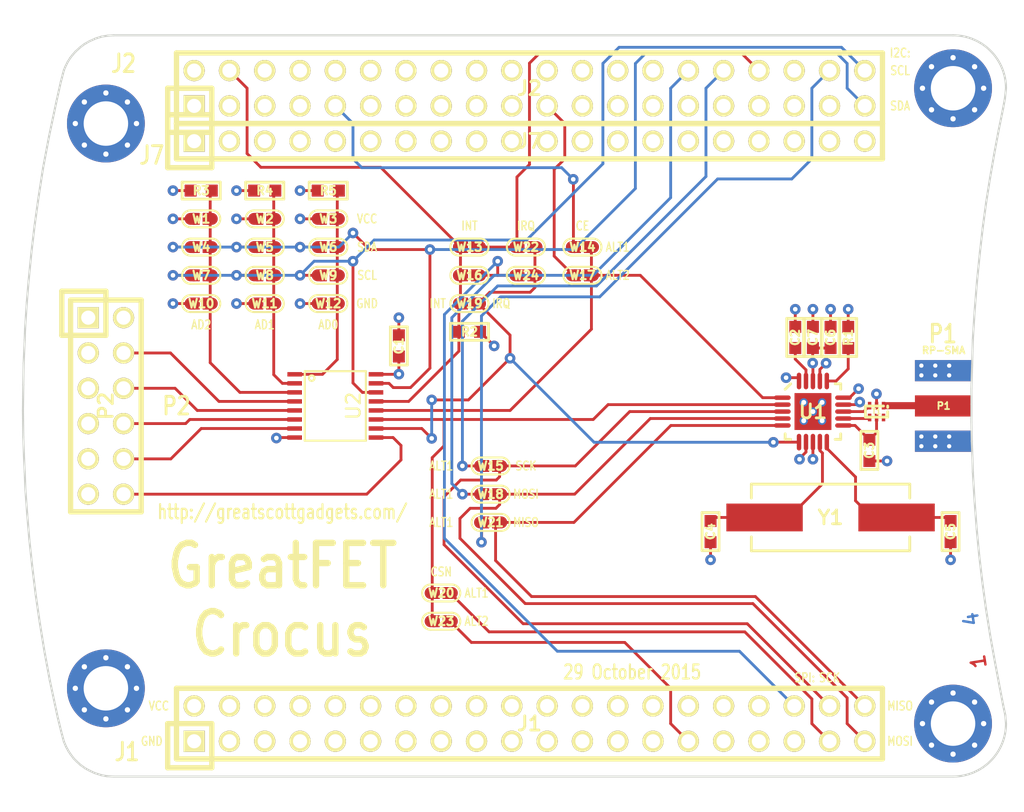
<source format=kicad_pcb>
(kicad_pcb (version 4) (host pcbnew 4.0.4-stable)
  (layers (0 C1F.Cu signal) (1 C2.Cu power) (2 C3.Cu power) (31 C4B.Cu signal) (34 B.Paste user) (35 F.Paste user) (36 B.SilkS user) (37 F.SilkS user) (38 B.Mask user) (39 F.Mask user) (44 Edge.Cuts user))
  (net 0 "")
  (net 1 GND)
  (net 2 VCC)
  (net 3 /DVDD)
  (net 4 /VDD_PA)
  (net 5 /XC2)
  (net 6 /XC1)
  (net 7 "Net-(J1-Pad3)")
  (net 8 "Net-(J1-Pad4)")
  (net 9 "Net-(J1-Pad5)")
  (net 10 "Net-(J1-Pad6)")
  (net 11 "Net-(J1-Pad7)")
  (net 12 "Net-(J1-Pad8)")
  (net 13 "Net-(J1-Pad9)")
  (net 14 "Net-(J1-Pad10)")
  (net 15 "Net-(J1-Pad11)")
  (net 16 "Net-(J1-Pad12)")
  (net 17 "Net-(J1-Pad13)")
  (net 18 "Net-(J1-Pad14)")
  (net 19 "Net-(J1-Pad15)")
  (net 20 "Net-(J1-Pad16)")
  (net 21 "Net-(J1-Pad17)")
  (net 22 "Net-(J1-Pad18)")
  (net 23 "Net-(J1-Pad19)")
  (net 24 "Net-(J1-Pad20)")
  (net 25 "Net-(J1-Pad21)")
  (net 26 "Net-(J1-Pad22)")
  (net 27 "Net-(J1-Pad23)")
  (net 28 "Net-(J1-Pad24)")
  (net 29 "Net-(J1-Pad25)")
  (net 30 "Net-(J1-Pad26)")
  (net 31 "Net-(J1-Pad27)")
  (net 32 "Net-(J1-Pad28)")
  (net 33 /CSN_ALT2)
  (net 34 "Net-(J1-Pad30)")
  (net 35 "Net-(J1-Pad31)")
  (net 36 "Net-(J1-Pad32)")
  (net 37 "Net-(J1-Pad33)")
  (net 38 "Net-(J1-Pad34)")
  (net 39 "Net-(J1-Pad35)")
  (net 40 /INT_ALT2)
  (net 41 /CSN_ALT1)
  (net 42 /SCK)
  (net 43 /MOSI)
  (net 44 /MISO)
  (net 45 "Net-(J2-Pad3)")
  (net 46 /INT)
  (net 47 "Net-(J2-Pad5)")
  (net 48 "Net-(J2-Pad6)")
  (net 49 "Net-(J2-Pad7)")
  (net 50 "Net-(J2-Pad8)")
  (net 51 /CE_ALT1)
  (net 52 "Net-(J2-Pad10)")
  (net 53 "Net-(J2-Pad11)")
  (net 54 "Net-(J2-Pad12)")
  (net 55 "Net-(J2-Pad13)")
  (net 56 "Net-(J2-Pad14)")
  (net 57 "Net-(J2-Pad15)")
  (net 58 "Net-(J2-Pad16)")
  (net 59 "Net-(J2-Pad17)")
  (net 60 "Net-(J2-Pad18)")
  (net 61 "Net-(J2-Pad19)")
  (net 62 "Net-(J2-Pad20)")
  (net 63 /CE_ALT2)
  (net 64 "Net-(J2-Pad22)")
  (net 65 "Net-(J2-Pad23)")
  (net 66 "Net-(J2-Pad24)")
  (net 67 "Net-(J2-Pad25)")
  (net 68 "Net-(J2-Pad26)")
  (net 69 "Net-(J2-Pad27)")
  (net 70 "Net-(J2-Pad28)")
  (net 71 "Net-(J2-Pad29)")
  (net 72 /MOSI_ALT1)
  (net 73 "Net-(J2-Pad31)")
  (net 74 /SCK_ALT1)
  (net 75 "Net-(J2-Pad33)")
  (net 76 /INT_ALT1)
  (net 77 "Net-(J2-Pad35)")
  (net 78 "Net-(J2-Pad36)")
  (net 79 "Net-(J2-Pad37)")
  (net 80 /MISO_ALT1)
  (net 81 /I2C0_SDA)
  (net 82 /I2C0_SCL)
  (net 83 "Net-(J7-Pad1)")
  (net 84 "Net-(J7-Pad2)")
  (net 85 "Net-(J7-Pad3)")
  (net 86 "Net-(J7-Pad4)")
  (net 87 "Net-(J7-Pad5)")
  (net 88 "Net-(J7-Pad6)")
  (net 89 "Net-(J7-Pad7)")
  (net 90 "Net-(J7-Pad8)")
  (net 91 "Net-(J7-Pad9)")
  (net 92 "Net-(J7-Pad10)")
  (net 93 "Net-(J7-Pad11)")
  (net 94 "Net-(J7-Pad12)")
  (net 95 "Net-(J7-Pad13)")
  (net 96 "Net-(J7-Pad14)")
  (net 97 "Net-(J7-Pad15)")
  (net 98 "Net-(J7-Pad16)")
  (net 99 "Net-(J7-Pad17)")
  (net 100 "Net-(J7-Pad18)")
  (net 101 "Net-(J7-Pad19)")
  (net 102 "Net-(J7-Pad20)")
  (net 103 /P0)
  (net 104 /P1)
  (net 105 /P2)
  (net 106 /P3)
  (net 107 /P4)
  (net 108 /IREF)
  (net 109 /CE)
  (net 110 /IRQ)
  (net 111 /CSN)
  (net 112 /RF)
  (net 113 /ANT2)
  (net 114 /ANT1)
  (net 115 /AD2)
  (net 116 /AD1)
  (net 117 /AD0)
  (net 118 "Net-(J2-Pad2)")
  (net 119 "Net-(J2-Pad1)")
  (module gsg-modules:HEADER-1x20 (layer C1F.Cu) (at 146.05 76.2)
    (fp_text reference J7 (at 0 0) (layer F.SilkS) (effects (font (size 1.016 1.016) (thickness 0.2032))))
    (fp_text value BONUS_ROW hide)
    (pad 1 thru_hole rect (at -24.13 0) (size 1.524 1.524) (drill 1.016) (layers *.Cu *.Mask F.SilkS) (net 83 "Net-(J7-Pad1)"))
    (pad 2 thru_hole circle (at -21.59 0) (size 1.524 1.524) (drill 1.016) (layers *.Cu *.Mask F.SilkS) (net 84 "Net-(J7-Pad2)"))
    (pad 3 thru_hole circle (at -19.05 0) (size 1.524 1.524) (drill 1.016) (layers *.Cu *.Mask F.SilkS) (net 85 "Net-(J7-Pad3)"))
    (pad 4 thru_hole circle (at -16.51 0) (size 1.524 1.524) (drill 1.016) (layers *.Cu *.Mask F.SilkS) (net 86 "Net-(J7-Pad4)"))
    (pad 5 thru_hole circle (at -13.97 0) (size 1.524 1.524) (drill 1.016) (layers *.Cu *.Mask F.SilkS) (net 87 "Net-(J7-Pad5)"))
    (pad 6 thru_hole circle (at -11.43 0) (size 1.524 1.524) (drill 1.016) (layers *.Cu *.Mask F.SilkS) (net 88 "Net-(J7-Pad6)"))
    (pad 7 thru_hole circle (at -8.89 0) (size 1.524 1.524) (drill 1.016) (layers *.Cu *.Mask F.SilkS) (net 89 "Net-(J7-Pad7)"))
    (pad 8 thru_hole circle (at -6.35 0) (size 1.524 1.524) (drill 1.016) (layers *.Cu *.Mask F.SilkS) (net 90 "Net-(J7-Pad8)"))
    (pad 9 thru_hole circle (at -3.81 0) (size 1.524 1.524) (drill 1.016) (layers *.Cu *.Mask F.SilkS) (net 91 "Net-(J7-Pad9)"))
    (pad 10 thru_hole circle (at -1.27 0) (size 1.524 1.524) (drill 1.016) (layers *.Cu *.Mask F.SilkS) (net 92 "Net-(J7-Pad10)"))
    (pad 11 thru_hole circle (at 1.27 0) (size 1.524 1.524) (drill 1.016) (layers *.Cu *.Mask F.SilkS) (net 93 "Net-(J7-Pad11)"))
    (pad 12 thru_hole circle (at 3.81 0) (size 1.524 1.524) (drill 1.016) (layers *.Cu *.Mask F.SilkS) (net 94 "Net-(J7-Pad12)"))
    (pad 13 thru_hole circle (at 6.35 0) (size 1.524 1.524) (drill 1.016) (layers *.Cu *.Mask F.SilkS) (net 95 "Net-(J7-Pad13)"))
    (pad 14 thru_hole circle (at 8.89 0) (size 1.524 1.524) (drill 1.016) (layers *.Cu *.Mask F.SilkS) (net 96 "Net-(J7-Pad14)"))
    (pad 15 thru_hole circle (at 11.43 0) (size 1.524 1.524) (drill 1.016) (layers *.Cu *.Mask F.SilkS) (net 97 "Net-(J7-Pad15)"))
    (pad 16 thru_hole circle (at 13.97 0) (size 1.524 1.524) (drill 1.016) (layers *.Cu *.Mask F.SilkS) (net 98 "Net-(J7-Pad16)"))
    (pad 17 thru_hole circle (at 16.51 0) (size 1.524 1.524) (drill 1.016) (layers *.Cu *.Mask F.SilkS) (net 99 "Net-(J7-Pad17)"))
    (pad 18 thru_hole circle (at 19.05 0) (size 1.524 1.524) (drill 1.016) (layers *.Cu *.Mask F.SilkS) (net 100 "Net-(J7-Pad18)"))
    (pad 19 thru_hole circle (at 21.59 0) (size 1.524 1.524) (drill 1.016) (layers *.Cu *.Mask F.SilkS) (net 101 "Net-(J7-Pad19)"))
    (pad 20 thru_hole circle (at 24.13 0) (size 1.524 1.524) (drill 1.016) (layers *.Cu *.Mask F.SilkS) (net 102 "Net-(J7-Pad20)"))
  )
  (module gsg-modules:HEADER-2x20 (layer C1F.Cu) (at 146.05 118.11)
    (fp_text reference J1 (at 0 0) (layer F.SilkS) (effects (font (size 1.016 1.016) (thickness 0.2032))))
    (fp_text value NEIGHBOR1 hide)
    (pad 1 thru_hole rect (at -24.13 1.27) (size 1.524 1.524) (drill 1.016) (layers *.Cu *.Mask F.SilkS) (net 1 GND))
    (pad 2 thru_hole circle (at -24.13 -1.27) (size 1.524 1.524) (drill 1.016) (layers *.Cu *.Mask F.SilkS) (net 2 VCC))
    (pad 3 thru_hole circle (at -21.59 1.27) (size 1.524 1.524) (drill 1.016) (layers *.Cu *.Mask F.SilkS) (net 7 "Net-(J1-Pad3)"))
    (pad 4 thru_hole circle (at -21.59 -1.27) (size 1.524 1.524) (drill 1.016) (layers *.Cu *.Mask F.SilkS) (net 8 "Net-(J1-Pad4)"))
    (pad 5 thru_hole circle (at -19.05 1.27) (size 1.524 1.524) (drill 1.016) (layers *.Cu *.Mask F.SilkS) (net 9 "Net-(J1-Pad5)"))
    (pad 6 thru_hole circle (at -19.05 -1.27) (size 1.524 1.524) (drill 1.016) (layers *.Cu *.Mask F.SilkS) (net 10 "Net-(J1-Pad6)"))
    (pad 7 thru_hole circle (at -16.51 1.27) (size 1.524 1.524) (drill 1.016) (layers *.Cu *.Mask F.SilkS) (net 11 "Net-(J1-Pad7)"))
    (pad 8 thru_hole circle (at -16.51 -1.27) (size 1.524 1.524) (drill 1.016) (layers *.Cu *.Mask F.SilkS) (net 12 "Net-(J1-Pad8)"))
    (pad 9 thru_hole circle (at -13.97 1.27) (size 1.524 1.524) (drill 1.016) (layers *.Cu *.Mask F.SilkS) (net 13 "Net-(J1-Pad9)"))
    (pad 10 thru_hole circle (at -13.97 -1.27) (size 1.524 1.524) (drill 1.016) (layers *.Cu *.Mask F.SilkS) (net 14 "Net-(J1-Pad10)"))
    (pad 11 thru_hole circle (at -11.43 1.27) (size 1.524 1.524) (drill 1.016) (layers *.Cu *.Mask F.SilkS) (net 15 "Net-(J1-Pad11)"))
    (pad 12 thru_hole circle (at -11.43 -1.27) (size 1.524 1.524) (drill 1.016) (layers *.Cu *.Mask F.SilkS) (net 16 "Net-(J1-Pad12)"))
    (pad 13 thru_hole circle (at -8.89 1.27) (size 1.524 1.524) (drill 1.016) (layers *.Cu *.Mask F.SilkS) (net 17 "Net-(J1-Pad13)"))
    (pad 14 thru_hole circle (at -8.89 -1.27) (size 1.524 1.524) (drill 1.016) (layers *.Cu *.Mask F.SilkS) (net 18 "Net-(J1-Pad14)"))
    (pad 15 thru_hole circle (at -6.35 1.27) (size 1.524 1.524) (drill 1.016) (layers *.Cu *.Mask F.SilkS) (net 19 "Net-(J1-Pad15)"))
    (pad 16 thru_hole circle (at -6.35 -1.27) (size 1.524 1.524) (drill 1.016) (layers *.Cu *.Mask F.SilkS) (net 20 "Net-(J1-Pad16)"))
    (pad 17 thru_hole circle (at -3.81 1.27) (size 1.524 1.524) (drill 1.016) (layers *.Cu *.Mask F.SilkS) (net 21 "Net-(J1-Pad17)"))
    (pad 18 thru_hole circle (at -3.81 -1.27) (size 1.524 1.524) (drill 1.016) (layers *.Cu *.Mask F.SilkS) (net 22 "Net-(J1-Pad18)"))
    (pad 19 thru_hole circle (at -1.27 1.27) (size 1.524 1.524) (drill 1.016) (layers *.Cu *.Mask F.SilkS) (net 23 "Net-(J1-Pad19)"))
    (pad 20 thru_hole circle (at -1.27 -1.27) (size 1.524 1.524) (drill 1.016) (layers *.Cu *.Mask F.SilkS) (net 24 "Net-(J1-Pad20)"))
    (pad 21 thru_hole circle (at 1.27 1.27) (size 1.524 1.524) (drill 1.016) (layers *.Cu *.Mask F.SilkS) (net 25 "Net-(J1-Pad21)"))
    (pad 22 thru_hole circle (at 1.27 -1.27) (size 1.524 1.524) (drill 1.016) (layers *.Cu *.Mask F.SilkS) (net 26 "Net-(J1-Pad22)"))
    (pad 23 thru_hole circle (at 3.81 1.27) (size 1.524 1.524) (drill 1.016) (layers *.Cu *.Mask F.SilkS) (net 27 "Net-(J1-Pad23)"))
    (pad 24 thru_hole circle (at 3.81 -1.27) (size 1.524 1.524) (drill 1.016) (layers *.Cu *.Mask F.SilkS) (net 28 "Net-(J1-Pad24)"))
    (pad 25 thru_hole circle (at 6.35 1.27) (size 1.524 1.524) (drill 1.016) (layers *.Cu *.Mask F.SilkS) (net 29 "Net-(J1-Pad25)"))
    (pad 26 thru_hole circle (at 6.35 -1.27) (size 1.524 1.524) (drill 1.016) (layers *.Cu *.Mask F.SilkS) (net 30 "Net-(J1-Pad26)"))
    (pad 27 thru_hole circle (at 8.89 1.27) (size 1.524 1.524) (drill 1.016) (layers *.Cu *.Mask F.SilkS) (net 31 "Net-(J1-Pad27)"))
    (pad 28 thru_hole circle (at 8.89 -1.27) (size 1.524 1.524) (drill 1.016) (layers *.Cu *.Mask F.SilkS) (net 32 "Net-(J1-Pad28)"))
    (pad 29 thru_hole circle (at 11.43 1.27) (size 1.524 1.524) (drill 1.016) (layers *.Cu *.Mask F.SilkS) (net 33 /CSN_ALT2))
    (pad 30 thru_hole circle (at 11.43 -1.27) (size 1.524 1.524) (drill 1.016) (layers *.Cu *.Mask F.SilkS) (net 34 "Net-(J1-Pad30)"))
    (pad 31 thru_hole circle (at 13.97 1.27) (size 1.524 1.524) (drill 1.016) (layers *.Cu *.Mask F.SilkS) (net 35 "Net-(J1-Pad31)"))
    (pad 32 thru_hole circle (at 13.97 -1.27) (size 1.524 1.524) (drill 1.016) (layers *.Cu *.Mask F.SilkS) (net 36 "Net-(J1-Pad32)"))
    (pad 33 thru_hole circle (at 16.51 1.27) (size 1.524 1.524) (drill 1.016) (layers *.Cu *.Mask F.SilkS) (net 37 "Net-(J1-Pad33)"))
    (pad 34 thru_hole circle (at 16.51 -1.27) (size 1.524 1.524) (drill 1.016) (layers *.Cu *.Mask F.SilkS) (net 38 "Net-(J1-Pad34)"))
    (pad 35 thru_hole circle (at 19.05 1.27) (size 1.524 1.524) (drill 1.016) (layers *.Cu *.Mask F.SilkS) (net 39 "Net-(J1-Pad35)"))
    (pad 36 thru_hole circle (at 19.05 -1.27) (size 1.524 1.524) (drill 1.016) (layers *.Cu *.Mask F.SilkS) (net 40 /INT_ALT2))
    (pad 37 thru_hole circle (at 21.59 1.27) (size 1.524 1.524) (drill 1.016) (layers *.Cu *.Mask F.SilkS) (net 41 /CSN_ALT1))
    (pad 38 thru_hole circle (at 21.59 -1.27) (size 1.524 1.524) (drill 1.016) (layers *.Cu *.Mask F.SilkS) (net 42 /SCK))
    (pad 39 thru_hole circle (at 24.13 1.27) (size 1.524 1.524) (drill 1.016) (layers *.Cu *.Mask F.SilkS) (net 43 /MOSI))
    (pad 40 thru_hole circle (at 24.13 -1.27) (size 1.524 1.524) (drill 1.016) (layers *.Cu *.Mask F.SilkS) (net 44 /MISO))
  )
  (module gsg-modules:HEADER-2x20 (layer C1F.Cu) (at 146.05 72.39)
    (fp_text reference J2 (at 0 0) (layer F.SilkS) (effects (font (size 1.016 1.016) (thickness 0.2032))))
    (fp_text value NEIGHBOR2 hide)
    (pad 1 thru_hole rect (at -24.13 1.27) (size 1.524 1.524) (drill 1.016) (layers *.Cu *.Mask F.SilkS) (net 119 "Net-(J2-Pad1)"))
    (pad 2 thru_hole circle (at -24.13 -1.27) (size 1.524 1.524) (drill 1.016) (layers *.Cu *.Mask F.SilkS) (net 118 "Net-(J2-Pad2)"))
    (pad 3 thru_hole circle (at -21.59 1.27) (size 1.524 1.524) (drill 1.016) (layers *.Cu *.Mask F.SilkS) (net 45 "Net-(J2-Pad3)"))
    (pad 4 thru_hole circle (at -21.59 -1.27) (size 1.524 1.524) (drill 1.016) (layers *.Cu *.Mask F.SilkS) (net 46 /INT))
    (pad 5 thru_hole circle (at -19.05 1.27) (size 1.524 1.524) (drill 1.016) (layers *.Cu *.Mask F.SilkS) (net 47 "Net-(J2-Pad5)"))
    (pad 6 thru_hole circle (at -19.05 -1.27) (size 1.524 1.524) (drill 1.016) (layers *.Cu *.Mask F.SilkS) (net 48 "Net-(J2-Pad6)"))
    (pad 7 thru_hole circle (at -16.51 1.27) (size 1.524 1.524) (drill 1.016) (layers *.Cu *.Mask F.SilkS) (net 49 "Net-(J2-Pad7)"))
    (pad 8 thru_hole circle (at -16.51 -1.27) (size 1.524 1.524) (drill 1.016) (layers *.Cu *.Mask F.SilkS) (net 50 "Net-(J2-Pad8)"))
    (pad 9 thru_hole circle (at -13.97 1.27) (size 1.524 1.524) (drill 1.016) (layers *.Cu *.Mask F.SilkS) (net 51 /CE_ALT1))
    (pad 10 thru_hole circle (at -13.97 -1.27) (size 1.524 1.524) (drill 1.016) (layers *.Cu *.Mask F.SilkS) (net 52 "Net-(J2-Pad10)"))
    (pad 11 thru_hole circle (at -11.43 1.27) (size 1.524 1.524) (drill 1.016) (layers *.Cu *.Mask F.SilkS) (net 53 "Net-(J2-Pad11)"))
    (pad 12 thru_hole circle (at -11.43 -1.27) (size 1.524 1.524) (drill 1.016) (layers *.Cu *.Mask F.SilkS) (net 54 "Net-(J2-Pad12)"))
    (pad 13 thru_hole circle (at -8.89 1.27) (size 1.524 1.524) (drill 1.016) (layers *.Cu *.Mask F.SilkS) (net 55 "Net-(J2-Pad13)"))
    (pad 14 thru_hole circle (at -8.89 -1.27) (size 1.524 1.524) (drill 1.016) (layers *.Cu *.Mask F.SilkS) (net 56 "Net-(J2-Pad14)"))
    (pad 15 thru_hole circle (at -6.35 1.27) (size 1.524 1.524) (drill 1.016) (layers *.Cu *.Mask F.SilkS) (net 57 "Net-(J2-Pad15)"))
    (pad 16 thru_hole circle (at -6.35 -1.27) (size 1.524 1.524) (drill 1.016) (layers *.Cu *.Mask F.SilkS) (net 58 "Net-(J2-Pad16)"))
    (pad 17 thru_hole circle (at -3.81 1.27) (size 1.524 1.524) (drill 1.016) (layers *.Cu *.Mask F.SilkS) (net 59 "Net-(J2-Pad17)"))
    (pad 18 thru_hole circle (at -3.81 -1.27) (size 1.524 1.524) (drill 1.016) (layers *.Cu *.Mask F.SilkS) (net 60 "Net-(J2-Pad18)"))
    (pad 19 thru_hole circle (at -1.27 1.27) (size 1.524 1.524) (drill 1.016) (layers *.Cu *.Mask F.SilkS) (net 61 "Net-(J2-Pad19)"))
    (pad 20 thru_hole circle (at -1.27 -1.27) (size 1.524 1.524) (drill 1.016) (layers *.Cu *.Mask F.SilkS) (net 62 "Net-(J2-Pad20)"))
    (pad 21 thru_hole circle (at 1.27 1.27) (size 1.524 1.524) (drill 1.016) (layers *.Cu *.Mask F.SilkS) (net 63 /CE_ALT2))
    (pad 22 thru_hole circle (at 1.27 -1.27) (size 1.524 1.524) (drill 1.016) (layers *.Cu *.Mask F.SilkS) (net 64 "Net-(J2-Pad22)"))
    (pad 23 thru_hole circle (at 3.81 1.27) (size 1.524 1.524) (drill 1.016) (layers *.Cu *.Mask F.SilkS) (net 65 "Net-(J2-Pad23)"))
    (pad 24 thru_hole circle (at 3.81 -1.27) (size 1.524 1.524) (drill 1.016) (layers *.Cu *.Mask F.SilkS) (net 66 "Net-(J2-Pad24)"))
    (pad 25 thru_hole circle (at 6.35 1.27) (size 1.524 1.524) (drill 1.016) (layers *.Cu *.Mask F.SilkS) (net 67 "Net-(J2-Pad25)"))
    (pad 26 thru_hole circle (at 6.35 -1.27) (size 1.524 1.524) (drill 1.016) (layers *.Cu *.Mask F.SilkS) (net 68 "Net-(J2-Pad26)"))
    (pad 27 thru_hole circle (at 8.89 1.27) (size 1.524 1.524) (drill 1.016) (layers *.Cu *.Mask F.SilkS) (net 69 "Net-(J2-Pad27)"))
    (pad 28 thru_hole circle (at 8.89 -1.27) (size 1.524 1.524) (drill 1.016) (layers *.Cu *.Mask F.SilkS) (net 70 "Net-(J2-Pad28)"))
    (pad 29 thru_hole circle (at 11.43 1.27) (size 1.524 1.524) (drill 1.016) (layers *.Cu *.Mask F.SilkS) (net 71 "Net-(J2-Pad29)"))
    (pad 30 thru_hole circle (at 11.43 -1.27) (size 1.524 1.524) (drill 1.016) (layers *.Cu *.Mask F.SilkS) (net 72 /MOSI_ALT1))
    (pad 31 thru_hole circle (at 13.97 1.27) (size 1.524 1.524) (drill 1.016) (layers *.Cu *.Mask F.SilkS) (net 73 "Net-(J2-Pad31)"))
    (pad 32 thru_hole circle (at 13.97 -1.27) (size 1.524 1.524) (drill 1.016) (layers *.Cu *.Mask F.SilkS) (net 74 /SCK_ALT1))
    (pad 33 thru_hole circle (at 16.51 1.27) (size 1.524 1.524) (drill 1.016) (layers *.Cu *.Mask F.SilkS) (net 75 "Net-(J2-Pad33)"))
    (pad 34 thru_hole circle (at 16.51 -1.27) (size 1.524 1.524) (drill 1.016) (layers *.Cu *.Mask F.SilkS) (net 76 /INT_ALT1))
    (pad 35 thru_hole circle (at 19.05 1.27) (size 1.524 1.524) (drill 1.016) (layers *.Cu *.Mask F.SilkS) (net 77 "Net-(J2-Pad35)"))
    (pad 36 thru_hole circle (at 19.05 -1.27) (size 1.524 1.524) (drill 1.016) (layers *.Cu *.Mask F.SilkS) (net 78 "Net-(J2-Pad36)"))
    (pad 37 thru_hole circle (at 21.59 1.27) (size 1.524 1.524) (drill 1.016) (layers *.Cu *.Mask F.SilkS) (net 79 "Net-(J2-Pad37)"))
    (pad 38 thru_hole circle (at 21.59 -1.27) (size 1.524 1.524) (drill 1.016) (layers *.Cu *.Mask F.SilkS) (net 80 /MISO_ALT1))
    (pad 39 thru_hole circle (at 24.13 1.27) (size 1.524 1.524) (drill 1.016) (layers *.Cu *.Mask F.SilkS) (net 81 /I2C0_SDA))
    (pad 40 thru_hole circle (at 24.13 -1.27) (size 1.524 1.524) (drill 1.016) (layers *.Cu *.Mask F.SilkS) (net 82 /I2C0_SCL))
  )
  (module gsg-modules:HOLE126MIL-COPPER (layer C1F.Cu) (at 115.57 74.93)
    (fp_text reference MH1 hide)
    (fp_text value MOUNTING_HOLE hide)
    (pad 1 thru_hole circle (at 0 0) (size 5.6 5.6) (drill 3.2004) (layers *.Cu *.Mask) (net 1 GND))
    (pad 1 thru_hole circle (at 0 -2.2) (size 0.6 0.6) (drill 0.381) (layers *.Cu *.Mask) (net 1 GND))
    (pad 1 thru_hole circle (at -2.2 0) (size 0.6 0.6) (drill 0.381) (layers *.Cu *.Mask) (net 1 GND))
    (pad 1 thru_hole circle (at 0 2.2) (size 0.6 0.6) (drill 0.381) (layers *.Cu *.Mask) (net 1 GND))
    (pad 1 thru_hole circle (at 2.2 0) (size 0.6 0.6) (drill 0.381) (layers *.Cu *.Mask) (net 1 GND))
    (pad 1 thru_hole circle (at 1.55 -1.55) (size 0.6 0.6) (drill 0.381) (layers *.Cu *.Mask) (net 1 GND))
    (pad 1 thru_hole circle (at -1.55 -1.55) (size 0.6 0.6) (drill 0.381) (layers *.Cu *.Mask) (net 1 GND))
    (pad 1 thru_hole circle (at -1.55 1.55) (size 0.6 0.6) (drill 0.381) (layers *.Cu *.Mask) (net 1 GND))
    (pad 1 thru_hole circle (at 1.55 1.55) (size 0.6 0.6) (drill 0.381) (layers *.Cu *.Mask) (net 1 GND))
  )
  (module gsg-modules:HOLE126MIL-COPPER (layer C1F.Cu) (at 115.57 115.57)
    (fp_text reference MH2 hide)
    (fp_text value MOUNTING_HOLE hide)
    (pad 1 thru_hole circle (at 0 0) (size 5.6 5.6) (drill 3.2004) (layers *.Cu *.Mask) (net 1 GND))
    (pad 1 thru_hole circle (at 0 -2.2) (size 0.6 0.6) (drill 0.381) (layers *.Cu *.Mask) (net 1 GND))
    (pad 1 thru_hole circle (at -2.2 0) (size 0.6 0.6) (drill 0.381) (layers *.Cu *.Mask) (net 1 GND))
    (pad 1 thru_hole circle (at 0 2.2) (size 0.6 0.6) (drill 0.381) (layers *.Cu *.Mask) (net 1 GND))
    (pad 1 thru_hole circle (at 2.2 0) (size 0.6 0.6) (drill 0.381) (layers *.Cu *.Mask) (net 1 GND))
    (pad 1 thru_hole circle (at 1.55 -1.55) (size 0.6 0.6) (drill 0.381) (layers *.Cu *.Mask) (net 1 GND))
    (pad 1 thru_hole circle (at -1.55 -1.55) (size 0.6 0.6) (drill 0.381) (layers *.Cu *.Mask) (net 1 GND))
    (pad 1 thru_hole circle (at -1.55 1.55) (size 0.6 0.6) (drill 0.381) (layers *.Cu *.Mask) (net 1 GND))
    (pad 1 thru_hole circle (at 1.55 1.55) (size 0.6 0.6) (drill 0.381) (layers *.Cu *.Mask) (net 1 GND))
  )
  (module gsg-modules:HOLE126MIL-COPPER (layer C1F.Cu) (at 176.53 118.11)
    (fp_text reference MH3 hide)
    (fp_text value MOUNTING_HOLE hide)
    (pad 1 thru_hole circle (at 0 0) (size 5.6 5.6) (drill 3.2004) (layers *.Cu *.Mask) (net 1 GND))
    (pad 1 thru_hole circle (at 0 -2.2) (size 0.6 0.6) (drill 0.381) (layers *.Cu *.Mask) (net 1 GND))
    (pad 1 thru_hole circle (at -2.2 0) (size 0.6 0.6) (drill 0.381) (layers *.Cu *.Mask) (net 1 GND))
    (pad 1 thru_hole circle (at 0 2.2) (size 0.6 0.6) (drill 0.381) (layers *.Cu *.Mask) (net 1 GND))
    (pad 1 thru_hole circle (at 2.2 0) (size 0.6 0.6) (drill 0.381) (layers *.Cu *.Mask) (net 1 GND))
    (pad 1 thru_hole circle (at 1.55 -1.55) (size 0.6 0.6) (drill 0.381) (layers *.Cu *.Mask) (net 1 GND))
    (pad 1 thru_hole circle (at -1.55 -1.55) (size 0.6 0.6) (drill 0.381) (layers *.Cu *.Mask) (net 1 GND))
    (pad 1 thru_hole circle (at -1.55 1.55) (size 0.6 0.6) (drill 0.381) (layers *.Cu *.Mask) (net 1 GND))
    (pad 1 thru_hole circle (at 1.55 1.55) (size 0.6 0.6) (drill 0.381) (layers *.Cu *.Mask) (net 1 GND))
  )
  (module gsg-modules:HOLE126MIL-COPPER (layer C1F.Cu) (at 176.53 72.39)
    (fp_text reference MH4 hide)
    (fp_text value MOUNTING_HOLE hide)
    (pad 1 thru_hole circle (at 0 0) (size 5.6 5.6) (drill 3.2004) (layers *.Cu *.Mask) (net 1 GND))
    (pad 1 thru_hole circle (at 0 -2.2) (size 0.6 0.6) (drill 0.381) (layers *.Cu *.Mask) (net 1 GND))
    (pad 1 thru_hole circle (at -2.2 0) (size 0.6 0.6) (drill 0.381) (layers *.Cu *.Mask) (net 1 GND))
    (pad 1 thru_hole circle (at 0 2.2) (size 0.6 0.6) (drill 0.381) (layers *.Cu *.Mask) (net 1 GND))
    (pad 1 thru_hole circle (at 2.2 0) (size 0.6 0.6) (drill 0.381) (layers *.Cu *.Mask) (net 1 GND))
    (pad 1 thru_hole circle (at 1.55 -1.55) (size 0.6 0.6) (drill 0.381) (layers *.Cu *.Mask) (net 1 GND))
    (pad 1 thru_hole circle (at -1.55 -1.55) (size 0.6 0.6) (drill 0.381) (layers *.Cu *.Mask) (net 1 GND))
    (pad 1 thru_hole circle (at -1.55 1.55) (size 0.6 0.6) (drill 0.381) (layers *.Cu *.Mask) (net 1 GND))
    (pad 1 thru_hole circle (at 1.55 1.55) (size 0.6 0.6) (drill 0.381) (layers *.Cu *.Mask) (net 1 GND))
  )
  (module gsg-modules:0603 (layer C1F.Cu) (at 136.652 90.932 90)
    (fp_text reference C1 (at 0 0 90) (layer F.SilkS) (effects (font (size 0.6096 0.6096) (thickness 0.1524))))
    (fp_text value 33nF hide)
    (pad 2 smd rect (at 0.762 0 90) (size 0.8636 0.8636) (layers C1F.Cu F.Paste F.Mask) (net 1 GND) (clearance 0.1778))
    (pad 1 smd rect (at -0.762 0 90) (size 0.8636 0.8636) (layers C1F.Cu F.Paste F.Mask) (net 2 VCC) (clearance 0.1778))
  )
  (module gsg-modules:0603 (layer C1F.Cu) (at 165.1762 90.3224 90)
    (fp_text reference C2 (at 0 0 90) (layer F.SilkS) (effects (font (size 0.6096 0.6096) (thickness 0.1524))))
    (fp_text value 33nF hide)
    (pad 2 smd rect (at 0.762 0 90) (size 0.8636 0.8636) (layers C1F.Cu F.Paste F.Mask) (net 1 GND) (clearance 0.1778))
    (pad 1 smd rect (at -0.762 0 90) (size 0.8636 0.8636) (layers C1F.Cu F.Paste F.Mask) (net 3 /DVDD) (clearance 0.1778))
  )
  (module gsg-modules:0603 (layer C1F.Cu) (at 170.5102 98.4504 270)
    (fp_text reference C3 (at 0 0 270) (layer F.SilkS) (effects (font (size 0.6096 0.6096) (thickness 0.1524))))
    (fp_text value 2.2nF hide)
    (pad 2 smd rect (at 0.762 0 270) (size 0.8636 0.8636) (layers C1F.Cu F.Paste F.Mask) (net 1 GND) (clearance 0.1778))
    (pad 1 smd rect (at -0.762 0 270) (size 0.8636 0.8636) (layers C1F.Cu F.Paste F.Mask) (net 4 /VDD_PA) (clearance 0.1778))
  )
  (module gsg-modules:0603 (layer C1F.Cu) (at 159.0802 104.2924 270)
    (fp_text reference C4 (at 0 0 270) (layer F.SilkS) (effects (font (size 0.6096 0.6096) (thickness 0.1524))))
    (fp_text value 18pF hide)
    (pad 2 smd rect (at 0.762 0 270) (size 0.8636 0.8636) (layers C1F.Cu F.Paste F.Mask) (net 1 GND) (clearance 0.1778))
    (pad 1 smd rect (at -0.762 0 270) (size 0.8636 0.8636) (layers C1F.Cu F.Paste F.Mask) (net 5 /XC2) (clearance 0.1778))
  )
  (module gsg-modules:0603 (layer C1F.Cu) (at 176.3522 104.2924 270)
    (fp_text reference C5 (at 0 0 270) (layer F.SilkS) (effects (font (size 0.6096 0.6096) (thickness 0.1524))))
    (fp_text value 18pF hide)
    (pad 2 smd rect (at 0.762 0 270) (size 0.8636 0.8636) (layers C1F.Cu F.Paste F.Mask) (net 1 GND) (clearance 0.1778))
    (pad 1 smd rect (at -0.762 0 270) (size 0.8636 0.8636) (layers C1F.Cu F.Paste F.Mask) (net 6 /XC1) (clearance 0.1778))
  )
  (module gsg-modules:0603 (layer C1F.Cu) (at 167.7162 90.3224 90)
    (fp_text reference C6 (at 0 0 90) (layer F.SilkS) (effects (font (size 0.6096 0.6096) (thickness 0.1524))))
    (fp_text value 10nF hide)
    (pad 2 smd rect (at 0.762 0 90) (size 0.8636 0.8636) (layers C1F.Cu F.Paste F.Mask) (net 1 GND) (clearance 0.1778))
    (pad 1 smd rect (at -0.762 0 90) (size 0.8636 0.8636) (layers C1F.Cu F.Paste F.Mask) (net 2 VCC) (clearance 0.1778))
  )
  (module gsg-modules:0603 (layer C1F.Cu) (at 166.4462 90.3224 90)
    (fp_text reference C7 (at 0 0 90) (layer F.SilkS) (effects (font (size 0.6096 0.6096) (thickness 0.1524))))
    (fp_text value 1nF hide)
    (pad 2 smd rect (at 0.762 0 90) (size 0.8636 0.8636) (layers C1F.Cu F.Paste F.Mask) (net 1 GND) (clearance 0.1778))
    (pad 1 smd rect (at -0.762 0 90) (size 0.8636 0.8636) (layers C1F.Cu F.Paste F.Mask) (net 2 VCC) (clearance 0.1778))
  )
  (module gsg-modules:HEADER-2x6 (layer C1F.Cu) (at 115.57 95.25 270)
    (fp_text reference P2 (at 0 0 270) (layer F.SilkS) (effects (font (size 1.016 1.016) (thickness 0.2032))))
    (fp_text value EXPANSION hide)
    (pad 1 thru_hole rect (at -6.35 1.27 270) (size 1.524 1.524) (drill 1.016) (layers *.Cu *.Mask F.SilkS) (net 1 GND))
    (pad 2 thru_hole circle (at -6.35 -1.27 270) (size 1.524 1.524) (drill 1.016) (layers *.Cu *.Mask F.SilkS) (net 2 VCC))
    (pad 3 thru_hole circle (at -3.81 1.27 270) (size 1.524 1.524) (drill 1.016) (layers *.Cu *.Mask F.SilkS) (net 1 GND))
    (pad 4 thru_hole circle (at -3.81 -1.27 270) (size 1.524 1.524) (drill 1.016) (layers *.Cu *.Mask F.SilkS) (net 103 /P0))
    (pad 5 thru_hole circle (at -1.27 1.27 270) (size 1.524 1.524) (drill 1.016) (layers *.Cu *.Mask F.SilkS) (net 1 GND))
    (pad 6 thru_hole circle (at -1.27 -1.27 270) (size 1.524 1.524) (drill 1.016) (layers *.Cu *.Mask F.SilkS) (net 104 /P1))
    (pad 7 thru_hole circle (at 1.27 1.27 270) (size 1.524 1.524) (drill 1.016) (layers *.Cu *.Mask F.SilkS) (net 1 GND))
    (pad 8 thru_hole circle (at 1.27 -1.27 270) (size 1.524 1.524) (drill 1.016) (layers *.Cu *.Mask F.SilkS) (net 105 /P2))
    (pad 9 thru_hole circle (at 3.81 1.27 270) (size 1.524 1.524) (drill 1.016) (layers *.Cu *.Mask F.SilkS) (net 1 GND))
    (pad 10 thru_hole circle (at 3.81 -1.27 270) (size 1.524 1.524) (drill 1.016) (layers *.Cu *.Mask F.SilkS) (net 106 /P3))
    (pad 11 thru_hole circle (at 6.35 1.27 270) (size 1.524 1.524) (drill 1.016) (layers *.Cu *.Mask F.SilkS) (net 1 GND))
    (pad 12 thru_hole circle (at 6.35 -1.27 270) (size 1.524 1.524) (drill 1.016) (layers *.Cu *.Mask F.SilkS) (net 107 /P4))
  )
  (module gsg-modules:0603 (layer C1F.Cu) (at 168.9862 90.3224 270)
    (fp_text reference R1 (at 0 0 270) (layer F.SilkS) (effects (font (size 0.6096 0.6096) (thickness 0.1524))))
    (fp_text value 22.0k hide)
    (pad 2 smd rect (at 0.762 0 270) (size 0.8636 0.8636) (layers C1F.Cu F.Paste F.Mask) (net 108 /IREF) (clearance 0.1778))
    (pad 1 smd rect (at -0.762 0 270) (size 0.8636 0.8636) (layers C1F.Cu F.Paste F.Mask) (net 1 GND) (clearance 0.1778))
  )
  (module gsg-modules:0603 (layer C1F.Cu) (at 141.732 89.916 180)
    (fp_text reference R2 (at 0 0 180) (layer F.SilkS) (effects (font (size 0.6096 0.6096) (thickness 0.1524))))
    (fp_text value 10k hide)
    (pad 2 smd rect (at 0.762 0 180) (size 0.8636 0.8636) (layers C1F.Cu F.Paste F.Mask) (net 46 /INT) (clearance 0.1778))
    (pad 1 smd rect (at -0.762 0 180) (size 0.8636 0.8636) (layers C1F.Cu F.Paste F.Mask) (net 2 VCC) (clearance 0.1778))
  )
  (module gsg-modules:0603 (layer C1F.Cu) (at 122.428 79.756 180)
    (fp_text reference R3 (at 0 0 180) (layer F.SilkS) (effects (font (size 0.6096 0.6096) (thickness 0.1524))))
    (fp_text value 10k hide)
    (pad 2 smd rect (at 0.762 0 180) (size 0.8636 0.8636) (layers C1F.Cu F.Paste F.Mask) (net 1 GND) (clearance 0.1778))
    (pad 1 smd rect (at -0.762 0 180) (size 0.8636 0.8636) (layers C1F.Cu F.Paste F.Mask) (net 115 /AD2) (clearance 0.1778))
  )
  (module gsg-modules:0603 (layer C1F.Cu) (at 127 79.756 180)
    (fp_text reference R4 (at 0 0 180) (layer F.SilkS) (effects (font (size 0.6096 0.6096) (thickness 0.1524))))
    (fp_text value 10k hide)
    (pad 2 smd rect (at 0.762 0 180) (size 0.8636 0.8636) (layers C1F.Cu F.Paste F.Mask) (net 1 GND) (clearance 0.1778))
    (pad 1 smd rect (at -0.762 0 180) (size 0.8636 0.8636) (layers C1F.Cu F.Paste F.Mask) (net 116 /AD1) (clearance 0.1778))
  )
  (module gsg-modules:0603 (layer C1F.Cu) (at 131.572 79.756 180)
    (fp_text reference R5 (at 0 0 180) (layer F.SilkS) (effects (font (size 0.6096 0.6096) (thickness 0.1524))))
    (fp_text value 10k hide)
    (pad 2 smd rect (at 0.762 0 180) (size 0.8636 0.8636) (layers C1F.Cu F.Paste F.Mask) (net 1 GND) (clearance 0.1778))
    (pad 1 smd rect (at -0.762 0 180) (size 0.8636 0.8636) (layers C1F.Cu F.Paste F.Mask) (net 117 /AD0) (clearance 0.1778))
  )
  (module gsg-modules:2500BL14M100 (layer C1F.Cu) (at 171.0262 95.6564 180)
    (fp_text reference T1 (at 0 0 180) (layer F.SilkS) (effects (font (size 0.381 0.381) (thickness 0.09525))))
    (fp_text value BALUN hide)
    (pad 1 smd rect (at -0.5 0.425 180) (size 0.25 0.55) (layers C1F.Cu F.Paste F.Mask) (net 112 /RF))
    (pad 2 smd rect (at 0 0.425 180) (size 0.25 0.55) (layers C1F.Cu F.Paste F.Mask) (net 1 GND))
    (pad 3 smd rect (at 0.5 0.425 180) (size 0.25 0.55) (layers C1F.Cu F.Paste F.Mask) (net 113 /ANT2))
    (pad 4 smd rect (at 0.5 -0.425 180) (size 0.25 0.55) (layers C1F.Cu F.Paste F.Mask) (net 114 /ANT1))
    (pad 5 smd rect (at 0 -0.425 180) (size 0.25 0.55) (layers C1F.Cu F.Paste F.Mask) (net 4 /VDD_PA))
    (pad 6 smd rect (at -0.5 -0.425 180) (size 0.25 0.55) (layers C1F.Cu F.Paste F.Mask))
  )
  (module gsg-modules:QFN20-4 (layer C1F.Cu) (at 166.4462 95.6564)
    (fp_text reference U1 (at 0 0) (layer F.SilkS) (effects (font (size 1.00076 1.00076) (thickness 0.2032))))
    (fp_text value nRF24L01+ hide)
    (pad 1 smd oval (at -2.2 -1) (size 1.2 0.32) (layers C1F.Cu F.Paste F.Mask) (net 109 /CE))
    (pad 2 smd oval (at -2.2 -0.5) (size 1.2 0.32) (layers C1F.Cu F.Paste F.Mask) (net 111 /CSN))
    (pad 3 smd oval (at -2.2 0) (size 1.2 0.32) (layers C1F.Cu F.Paste F.Mask) (net 42 /SCK))
    (pad 4 smd oval (at -2.2 0.5) (size 1.2 0.32) (layers C1F.Cu F.Paste F.Mask) (net 43 /MOSI))
    (pad 5 smd oval (at -2.2 1) (size 1.2 0.32) (layers C1F.Cu F.Paste F.Mask) (net 44 /MISO))
    (pad 6 smd oval (at -1 2.2 90) (size 1.2 0.32) (layers C1F.Cu F.Paste F.Mask) (net 110 /IRQ))
    (pad 7 smd oval (at -0.5 2.2 90) (size 1.2 0.32) (layers C1F.Cu F.Paste F.Mask) (net 2 VCC))
    (pad 8 smd oval (at 0 2.2 90) (size 1.2 0.32) (layers C1F.Cu F.Paste F.Mask) (net 1 GND))
    (pad 9 smd oval (at 0.5 2.2 90) (size 1.2 0.32) (layers C1F.Cu F.Paste F.Mask) (net 5 /XC2))
    (pad 10 smd oval (at 1 2.2 90) (size 1.2 0.32) (layers C1F.Cu F.Paste F.Mask) (net 6 /XC1))
    (pad 11 smd oval (at 2.2 1) (size 1.2 0.32) (layers C1F.Cu F.Paste F.Mask) (net 4 /VDD_PA))
    (pad 12 smd oval (at 2.2 0.5) (size 1.2 0.32) (layers C1F.Cu F.Paste F.Mask) (net 114 /ANT1))
    (pad 13 smd oval (at 2.2 0) (size 1.2 0.32) (layers C1F.Cu F.Paste F.Mask) (net 113 /ANT2))
    (pad 14 smd oval (at 2.2 -0.5) (size 1.2 0.32) (layers C1F.Cu F.Paste F.Mask) (net 1 GND))
    (pad 15 smd oval (at 2.2 -1) (size 1.2 0.32) (layers C1F.Cu F.Paste F.Mask) (net 2 VCC))
    (pad 16 smd oval (at 1 -2.2 90) (size 1.2 0.32) (layers C1F.Cu F.Paste F.Mask) (net 108 /IREF))
    (pad 17 smd oval (at 0.5 -2.2 90) (size 1.2 0.32) (layers C1F.Cu F.Paste F.Mask) (net 1 GND))
    (pad 18 smd oval (at 0 -2.2 90) (size 1.2 0.32) (layers C1F.Cu F.Paste F.Mask) (net 2 VCC))
    (pad 19 smd oval (at -0.5 -2.2 90) (size 1.2 0.32) (layers C1F.Cu F.Paste F.Mask) (net 3 /DVDD))
    (pad 20 smd oval (at -1 -2.2 90) (size 1.2 0.32) (layers C1F.Cu F.Paste F.Mask) (net 1 GND))
    (pad 0 smd rect (at 0 0) (size 2.65 2.65) (layers C1F.Cu F.Mask))
    (pad 0 thru_hole circle (at 0 0) (size 0.6 0.6) (drill 0.35) (layers *.Cu))
    (pad 0 thru_hole circle (at -0.66 -0.66) (size 0.6 0.6) (drill 0.35) (layers *.Cu))
    (pad 0 thru_hole circle (at 0.66 -0.66) (size 0.6 0.6) (drill 0.35) (layers *.Cu))
    (pad 0 thru_hole circle (at 0.66 0.66) (size 0.6 0.6) (drill 0.35) (layers *.Cu))
    (pad 0 thru_hole circle (at -0.66 0.66) (size 0.6 0.6) (drill 0.35) (layers *.Cu))
    (pad 0 smd rect (at -0.66 -0.66) (size 1.32 1.32) (layers C1F.Cu F.Paste))
    (pad 0 smd rect (at 0.66 -0.66) (size 1.32 1.32) (layers C1F.Cu F.Paste))
    (pad 0 smd rect (at -0.66 0.66) (size 1.32 1.32) (layers C1F.Cu F.Paste))
    (pad 0 smd rect (at 0.66 0.66) (size 1.32 1.32) (layers C1F.Cu F.Paste))
  )
  (module gsg-modules:HC-49S (layer C1F.Cu) (at 167.7162 103.2764)
    (fp_text reference Y1 (at 0 0) (layer F.SilkS) (effects (font (size 1.00076 1.00076) (thickness 0.2032))))
    (fp_text value XTAL hide)
    (pad 1 smd rect (at -4.7498 0) (size 5.4991 1.99898) (layers C1F.Cu F.Paste F.Mask) (net 5 /XC2) (clearance 0.1778))
    (pad 2 smd rect (at 4.7498 0) (size 5.4991 1.99898) (layers C1F.Cu F.Paste F.Mask) (net 6 /XC1) (clearance 0.1778))
  )
  (module gsg-modules:0603-JUMPER (layer C1F.Cu) (at 127 83.82)
    (fp_text reference W5 (at 0 0) (layer F.SilkS) (effects (font (size 0.6096 0.6096) (thickness 0.1524))))
    (fp_text value TEST hide)
    (pad 1 smd oval (at -0.6477 0) (size 1.0922 0.8636) (layers C1F.Cu F.Mask) (net 81 /I2C0_SDA) (clearance 0.1778))
    (pad 2 smd rect (at 0.3556 0) (size 0.508 0.8636) (layers C1F.Cu F.Mask) (net 116 /AD1) (clearance 0.1778))
    (pad 1 smd rect (at -0.3556 0) (size 0.508 0.8636) (layers C1F.Cu F.Mask) (net 81 /I2C0_SDA) (clearance 0.1778))
    (pad 2 smd oval (at 0.6477 0) (size 1.0922 0.8636) (layers C1F.Cu F.Mask) (net 116 /AD1))
  )
  (module gsg-modules:0603-JUMPER (layer C1F.Cu) (at 149.86 83.82)
    (fp_text reference W14 (at 0 0) (layer F.SilkS) (effects (font (size 0.6096 0.6096) (thickness 0.1524))))
    (fp_text value TEST hide)
    (pad 1 smd oval (at -0.6477 0) (size 1.0922 0.8636) (layers C1F.Cu F.Mask) (net 51 /CE_ALT1) (clearance 0.1778))
    (pad 2 smd rect (at 0.3556 0) (size 0.508 0.8636) (layers C1F.Cu F.Mask) (net 109 /CE) (clearance 0.1778))
    (pad 1 smd rect (at -0.3556 0) (size 0.508 0.8636) (layers C1F.Cu F.Mask) (net 51 /CE_ALT1) (clearance 0.1778))
    (pad 2 smd oval (at 0.6477 0) (size 1.0922 0.8636) (layers C1F.Cu F.Mask) (net 109 /CE))
  )
  (module gsg-modules:0603-JUMPER (layer C1F.Cu) (at 122.428 85.852)
    (fp_text reference W7 (at 0 0) (layer F.SilkS) (effects (font (size 0.6096 0.6096) (thickness 0.1524))))
    (fp_text value TEST hide)
    (pad 1 smd oval (at -0.6477 0) (size 1.0922 0.8636) (layers C1F.Cu F.Mask) (net 82 /I2C0_SCL) (clearance 0.1778))
    (pad 2 smd rect (at 0.3556 0) (size 0.508 0.8636) (layers C1F.Cu F.Mask) (net 115 /AD2) (clearance 0.1778))
    (pad 1 smd rect (at -0.3556 0) (size 0.508 0.8636) (layers C1F.Cu F.Mask) (net 82 /I2C0_SCL) (clearance 0.1778))
    (pad 2 smd oval (at 0.6477 0) (size 1.0922 0.8636) (layers C1F.Cu F.Mask) (net 115 /AD2))
  )
  (module gsg-modules:0603-JUMPER (layer C1F.Cu) (at 143.256 99.568)
    (fp_text reference W15 (at 0 0) (layer F.SilkS) (effects (font (size 0.6096 0.6096) (thickness 0.1524))))
    (fp_text value TEST hide)
    (pad 1 smd oval (at -0.6477 0) (size 1.0922 0.8636) (layers C1F.Cu F.Mask) (net 74 /SCK_ALT1) (clearance 0.1778))
    (pad 2 smd rect (at 0.3556 0) (size 0.508 0.8636) (layers C1F.Cu F.Mask) (net 42 /SCK) (clearance 0.1778))
    (pad 1 smd rect (at -0.3556 0) (size 0.508 0.8636) (layers C1F.Cu F.Mask) (net 74 /SCK_ALT1) (clearance 0.1778))
    (pad 2 smd oval (at 0.6477 0) (size 1.0922 0.8636) (layers C1F.Cu F.Mask) (net 42 /SCK))
  )
  (module gsg-modules:0603-JUMPER (layer C1F.Cu) (at 131.572 85.852)
    (fp_text reference W9 (at 0 0) (layer F.SilkS) (effects (font (size 0.6096 0.6096) (thickness 0.1524))))
    (fp_text value TEST hide)
    (pad 1 smd oval (at -0.6477 0) (size 1.0922 0.8636) (layers C1F.Cu F.Mask) (net 82 /I2C0_SCL) (clearance 0.1778))
    (pad 2 smd rect (at 0.3556 0) (size 0.508 0.8636) (layers C1F.Cu F.Mask) (net 117 /AD0) (clearance 0.1778))
    (pad 1 smd rect (at -0.3556 0) (size 0.508 0.8636) (layers C1F.Cu F.Mask) (net 82 /I2C0_SCL) (clearance 0.1778))
    (pad 2 smd oval (at 0.6477 0) (size 1.0922 0.8636) (layers C1F.Cu F.Mask) (net 117 /AD0))
  )
  (module gsg-modules:0603-JUMPER (layer C1F.Cu) (at 143.256 103.632)
    (fp_text reference W21 (at 0 0) (layer F.SilkS) (effects (font (size 0.6096 0.6096) (thickness 0.1524))))
    (fp_text value TEST hide)
    (pad 1 smd oval (at -0.6477 0) (size 1.0922 0.8636) (layers C1F.Cu F.Mask) (net 80 /MISO_ALT1) (clearance 0.1778))
    (pad 2 smd rect (at 0.3556 0) (size 0.508 0.8636) (layers C1F.Cu F.Mask) (net 44 /MISO) (clearance 0.1778))
    (pad 1 smd rect (at -0.3556 0) (size 0.508 0.8636) (layers C1F.Cu F.Mask) (net 80 /MISO_ALT1) (clearance 0.1778))
    (pad 2 smd oval (at 0.6477 0) (size 1.0922 0.8636) (layers C1F.Cu F.Mask) (net 44 /MISO))
  )
  (module gsg-modules:0603-JUMPER (layer C1F.Cu) (at 143.256 101.6)
    (fp_text reference W18 (at 0 0) (layer F.SilkS) (effects (font (size 0.6096 0.6096) (thickness 0.1524))))
    (fp_text value TEST hide)
    (pad 1 smd oval (at -0.6477 0) (size 1.0922 0.8636) (layers C1F.Cu F.Mask) (net 72 /MOSI_ALT1) (clearance 0.1778))
    (pad 2 smd rect (at 0.3556 0) (size 0.508 0.8636) (layers C1F.Cu F.Mask) (net 43 /MOSI) (clearance 0.1778))
    (pad 1 smd rect (at -0.3556 0) (size 0.508 0.8636) (layers C1F.Cu F.Mask) (net 72 /MOSI_ALT1) (clearance 0.1778))
    (pad 2 smd oval (at 0.6477 0) (size 1.0922 0.8636) (layers C1F.Cu F.Mask) (net 43 /MOSI))
  )
  (module gsg-modules:0603-JUMPER (layer C1F.Cu) (at 139.7 110.744 180)
    (fp_text reference W23 (at 0 0 180) (layer F.SilkS) (effects (font (size 0.6096 0.6096) (thickness 0.1524))))
    (fp_text value TEST hide)
    (pad 1 smd oval (at -0.6477 0 180) (size 1.0922 0.8636) (layers C1F.Cu F.Mask) (net 33 /CSN_ALT2) (clearance 0.1778))
    (pad 2 smd rect (at 0.3556 0 180) (size 0.508 0.8636) (layers C1F.Cu F.Mask) (net 111 /CSN) (clearance 0.1778))
    (pad 1 smd rect (at -0.3556 0 180) (size 0.508 0.8636) (layers C1F.Cu F.Mask) (net 33 /CSN_ALT2) (clearance 0.1778))
    (pad 2 smd oval (at 0.6477 0 180) (size 1.0922 0.8636) (layers C1F.Cu F.Mask) (net 111 /CSN))
  )
  (module gsg-modules:0603-JUMPER (layer C1F.Cu) (at 139.7 108.712 180)
    (fp_text reference W20 (at 0 0 180) (layer F.SilkS) (effects (font (size 0.6096 0.6096) (thickness 0.1524))))
    (fp_text value TEST hide)
    (pad 1 smd oval (at -0.6477 0 180) (size 1.0922 0.8636) (layers C1F.Cu F.Mask) (net 41 /CSN_ALT1) (clearance 0.1778))
    (pad 2 smd rect (at 0.3556 0 180) (size 0.508 0.8636) (layers C1F.Cu F.Mask) (net 111 /CSN) (clearance 0.1778))
    (pad 1 smd rect (at -0.3556 0 180) (size 0.508 0.8636) (layers C1F.Cu F.Mask) (net 41 /CSN_ALT1) (clearance 0.1778))
    (pad 2 smd oval (at 0.6477 0 180) (size 1.0922 0.8636) (layers C1F.Cu F.Mask) (net 111 /CSN))
  )
  (module gsg-modules:0603-JUMPER (layer C1F.Cu) (at 131.572 87.884)
    (fp_text reference W12 (at 0 0) (layer F.SilkS) (effects (font (size 0.6096 0.6096) (thickness 0.1524))))
    (fp_text value TEST hide)
    (pad 1 smd oval (at -0.6477 0) (size 1.0922 0.8636) (layers C1F.Cu F.Mask) (net 1 GND) (clearance 0.1778))
    (pad 2 smd rect (at 0.3556 0) (size 0.508 0.8636) (layers C1F.Cu F.Mask) (net 117 /AD0) (clearance 0.1778))
    (pad 1 smd rect (at -0.3556 0) (size 0.508 0.8636) (layers C1F.Cu F.Mask) (net 1 GND) (clearance 0.1778))
    (pad 2 smd oval (at 0.6477 0) (size 1.0922 0.8636) (layers C1F.Cu F.Mask) (net 117 /AD0))
  )
  (module gsg-modules:0603-JUMPER (layer C1F.Cu) (at 131.572 81.788)
    (fp_text reference W3 (at 0 0) (layer F.SilkS) (effects (font (size 0.6096 0.6096) (thickness 0.1524))))
    (fp_text value TEST hide)
    (pad 1 smd oval (at -0.6477 0) (size 1.0922 0.8636) (layers C1F.Cu F.Mask) (net 2 VCC) (clearance 0.1778))
    (pad 2 smd rect (at 0.3556 0) (size 0.508 0.8636) (layers C1F.Cu F.Mask) (net 117 /AD0) (clearance 0.1778))
    (pad 1 smd rect (at -0.3556 0) (size 0.508 0.8636) (layers C1F.Cu F.Mask) (net 2 VCC) (clearance 0.1778))
    (pad 2 smd oval (at 0.6477 0) (size 1.0922 0.8636) (layers C1F.Cu F.Mask) (net 117 /AD0))
  )
  (module gsg-modules:0603-JUMPER (layer C1F.Cu) (at 122.428 81.788)
    (fp_text reference W1 (at 0 0) (layer F.SilkS) (effects (font (size 0.6096 0.6096) (thickness 0.1524))))
    (fp_text value TEST hide)
    (pad 1 smd oval (at -0.6477 0) (size 1.0922 0.8636) (layers C1F.Cu F.Mask) (net 2 VCC) (clearance 0.1778))
    (pad 2 smd rect (at 0.3556 0) (size 0.508 0.8636) (layers C1F.Cu F.Mask) (net 115 /AD2) (clearance 0.1778))
    (pad 1 smd rect (at -0.3556 0) (size 0.508 0.8636) (layers C1F.Cu F.Mask) (net 2 VCC) (clearance 0.1778))
    (pad 2 smd oval (at 0.6477 0) (size 1.0922 0.8636) (layers C1F.Cu F.Mask) (net 115 /AD2))
  )
  (module gsg-modules:0603-JUMPER (layer C1F.Cu) (at 127 87.884)
    (fp_text reference W11 (at 0 0) (layer F.SilkS) (effects (font (size 0.6096 0.6096) (thickness 0.1524))))
    (fp_text value TEST hide)
    (pad 1 smd oval (at -0.6477 0) (size 1.0922 0.8636) (layers C1F.Cu F.Mask) (net 1 GND) (clearance 0.1778))
    (pad 2 smd rect (at 0.3556 0) (size 0.508 0.8636) (layers C1F.Cu F.Mask) (net 116 /AD1) (clearance 0.1778))
    (pad 1 smd rect (at -0.3556 0) (size 0.508 0.8636) (layers C1F.Cu F.Mask) (net 1 GND) (clearance 0.1778))
    (pad 2 smd oval (at 0.6477 0) (size 1.0922 0.8636) (layers C1F.Cu F.Mask) (net 116 /AD1))
  )
  (module gsg-modules:0603-JUMPER (layer C1F.Cu) (at 141.732 87.884)
    (fp_text reference W19 (at 0 0) (layer F.SilkS) (effects (font (size 0.6096 0.6096) (thickness 0.1524))))
    (fp_text value TEST hide)
    (pad 1 smd oval (at -0.6477 0) (size 1.0922 0.8636) (layers C1F.Cu F.Mask) (net 46 /INT) (clearance 0.1778))
    (pad 2 smd rect (at 0.3556 0) (size 0.508 0.8636) (layers C1F.Cu F.Mask) (net 110 /IRQ) (clearance 0.1778))
    (pad 1 smd rect (at -0.3556 0) (size 0.508 0.8636) (layers C1F.Cu F.Mask) (net 46 /INT) (clearance 0.1778))
    (pad 2 smd oval (at 0.6477 0) (size 1.0922 0.8636) (layers C1F.Cu F.Mask) (net 110 /IRQ))
  )
  (module gsg-modules:0603-JUMPER (layer C1F.Cu) (at 145.796 85.852)
    (fp_text reference W24 (at 0 0) (layer F.SilkS) (effects (font (size 0.6096 0.6096) (thickness 0.1524))))
    (fp_text value TEST hide)
    (pad 1 smd oval (at -0.6477 0) (size 1.0922 0.8636) (layers C1F.Cu F.Mask) (net 40 /INT_ALT2) (clearance 0.1778))
    (pad 2 smd rect (at 0.3556 0) (size 0.508 0.8636) (layers C1F.Cu F.Mask) (net 110 /IRQ) (clearance 0.1778))
    (pad 1 smd rect (at -0.3556 0) (size 0.508 0.8636) (layers C1F.Cu F.Mask) (net 40 /INT_ALT2) (clearance 0.1778))
    (pad 2 smd oval (at 0.6477 0) (size 1.0922 0.8636) (layers C1F.Cu F.Mask) (net 110 /IRQ))
  )
  (module gsg-modules:0603-JUMPER (layer C1F.Cu) (at 131.572 83.82)
    (fp_text reference W6 (at 0 0) (layer F.SilkS) (effects (font (size 0.6096 0.6096) (thickness 0.1524))))
    (fp_text value TEST hide)
    (pad 1 smd oval (at -0.6477 0) (size 1.0922 0.8636) (layers C1F.Cu F.Mask) (net 81 /I2C0_SDA) (clearance 0.1778))
    (pad 2 smd rect (at 0.3556 0) (size 0.508 0.8636) (layers C1F.Cu F.Mask) (net 117 /AD0) (clearance 0.1778))
    (pad 1 smd rect (at -0.3556 0) (size 0.508 0.8636) (layers C1F.Cu F.Mask) (net 81 /I2C0_SDA) (clearance 0.1778))
    (pad 2 smd oval (at 0.6477 0) (size 1.0922 0.8636) (layers C1F.Cu F.Mask) (net 117 /AD0))
  )
  (module gsg-modules:0603-JUMPER (layer C1F.Cu) (at 141.732 85.852 180)
    (fp_text reference W16 (at 0 0 180) (layer F.SilkS) (effects (font (size 0.6096 0.6096) (thickness 0.1524))))
    (fp_text value TEST hide)
    (pad 1 smd oval (at -0.6477 0 180) (size 1.0922 0.8636) (layers C1F.Cu F.Mask) (net 40 /INT_ALT2) (clearance 0.1778))
    (pad 2 smd rect (at 0.3556 0 180) (size 0.508 0.8636) (layers C1F.Cu F.Mask) (net 46 /INT) (clearance 0.1778))
    (pad 1 smd rect (at -0.3556 0 180) (size 0.508 0.8636) (layers C1F.Cu F.Mask) (net 40 /INT_ALT2) (clearance 0.1778))
    (pad 2 smd oval (at 0.6477 0 180) (size 1.0922 0.8636) (layers C1F.Cu F.Mask) (net 46 /INT))
  )
  (module gsg-modules:0603-JUMPER (layer C1F.Cu) (at 145.796 83.82)
    (fp_text reference W22 (at 0 0) (layer F.SilkS) (effects (font (size 0.6096 0.6096) (thickness 0.1524))))
    (fp_text value TEST hide)
    (pad 1 smd oval (at -0.6477 0) (size 1.0922 0.8636) (layers C1F.Cu F.Mask) (net 76 /INT_ALT1) (clearance 0.1778))
    (pad 2 smd rect (at 0.3556 0) (size 0.508 0.8636) (layers C1F.Cu F.Mask) (net 110 /IRQ) (clearance 0.1778))
    (pad 1 smd rect (at -0.3556 0) (size 0.508 0.8636) (layers C1F.Cu F.Mask) (net 76 /INT_ALT1) (clearance 0.1778))
    (pad 2 smd oval (at 0.6477 0) (size 1.0922 0.8636) (layers C1F.Cu F.Mask) (net 110 /IRQ))
  )
  (module gsg-modules:0603-JUMPER (layer C1F.Cu) (at 149.86 85.852)
    (fp_text reference W17 (at 0 0) (layer F.SilkS) (effects (font (size 0.6096 0.6096) (thickness 0.1524))))
    (fp_text value TEST hide)
    (pad 1 smd oval (at -0.6477 0) (size 1.0922 0.8636) (layers C1F.Cu F.Mask) (net 63 /CE_ALT2) (clearance 0.1778))
    (pad 2 smd rect (at 0.3556 0) (size 0.508 0.8636) (layers C1F.Cu F.Mask) (net 109 /CE) (clearance 0.1778))
    (pad 1 smd rect (at -0.3556 0) (size 0.508 0.8636) (layers C1F.Cu F.Mask) (net 63 /CE_ALT2) (clearance 0.1778))
    (pad 2 smd oval (at 0.6477 0) (size 1.0922 0.8636) (layers C1F.Cu F.Mask) (net 109 /CE))
  )
  (module gsg-modules:0603-JUMPER (layer C1F.Cu) (at 141.732 83.82 180)
    (fp_text reference W13 (at 0 0 180) (layer F.SilkS) (effects (font (size 0.6096 0.6096) (thickness 0.1524))))
    (fp_text value TEST hide)
    (pad 1 smd oval (at -0.6477 0 180) (size 1.0922 0.8636) (layers C1F.Cu F.Mask) (net 76 /INT_ALT1) (clearance 0.1778))
    (pad 2 smd rect (at 0.3556 0 180) (size 0.508 0.8636) (layers C1F.Cu F.Mask) (net 46 /INT) (clearance 0.1778))
    (pad 1 smd rect (at -0.3556 0 180) (size 0.508 0.8636) (layers C1F.Cu F.Mask) (net 76 /INT_ALT1) (clearance 0.1778))
    (pad 2 smd oval (at 0.6477 0 180) (size 1.0922 0.8636) (layers C1F.Cu F.Mask) (net 46 /INT))
  )
  (module gsg-modules:0603-JUMPER (layer C1F.Cu) (at 122.428 83.82)
    (fp_text reference W4 (at 0 0) (layer F.SilkS) (effects (font (size 0.6096 0.6096) (thickness 0.1524))))
    (fp_text value TEST hide)
    (pad 1 smd oval (at -0.6477 0) (size 1.0922 0.8636) (layers C1F.Cu F.Mask) (net 81 /I2C0_SDA) (clearance 0.1778))
    (pad 2 smd rect (at 0.3556 0) (size 0.508 0.8636) (layers C1F.Cu F.Mask) (net 115 /AD2) (clearance 0.1778))
    (pad 1 smd rect (at -0.3556 0) (size 0.508 0.8636) (layers C1F.Cu F.Mask) (net 81 /I2C0_SDA) (clearance 0.1778))
    (pad 2 smd oval (at 0.6477 0) (size 1.0922 0.8636) (layers C1F.Cu F.Mask) (net 115 /AD2))
  )
  (module gsg-modules:0603-JUMPER (layer C1F.Cu) (at 127 85.852)
    (fp_text reference W8 (at 0 0) (layer F.SilkS) (effects (font (size 0.6096 0.6096) (thickness 0.1524))))
    (fp_text value TEST hide)
    (pad 1 smd oval (at -0.6477 0) (size 1.0922 0.8636) (layers C1F.Cu F.Mask) (net 82 /I2C0_SCL) (clearance 0.1778))
    (pad 2 smd rect (at 0.3556 0) (size 0.508 0.8636) (layers C1F.Cu F.Mask) (net 116 /AD1) (clearance 0.1778))
    (pad 1 smd rect (at -0.3556 0) (size 0.508 0.8636) (layers C1F.Cu F.Mask) (net 82 /I2C0_SCL) (clearance 0.1778))
    (pad 2 smd oval (at 0.6477 0) (size 1.0922 0.8636) (layers C1F.Cu F.Mask) (net 116 /AD1))
  )
  (module gsg-modules:0603-JUMPER (layer C1F.Cu) (at 122.428 87.884)
    (fp_text reference W10 (at 0 0) (layer F.SilkS) (effects (font (size 0.6096 0.6096) (thickness 0.1524))))
    (fp_text value TEST hide)
    (pad 1 smd oval (at -0.6477 0) (size 1.0922 0.8636) (layers C1F.Cu F.Mask) (net 1 GND) (clearance 0.1778))
    (pad 2 smd rect (at 0.3556 0) (size 0.508 0.8636) (layers C1F.Cu F.Mask) (net 115 /AD2) (clearance 0.1778))
    (pad 1 smd rect (at -0.3556 0) (size 0.508 0.8636) (layers C1F.Cu F.Mask) (net 1 GND) (clearance 0.1778))
    (pad 2 smd oval (at 0.6477 0) (size 1.0922 0.8636) (layers C1F.Cu F.Mask) (net 115 /AD2))
  )
  (module gsg-modules:0603-JUMPER (layer C1F.Cu) (at 127 81.788)
    (fp_text reference W2 (at 0 0) (layer F.SilkS) (effects (font (size 0.6096 0.6096) (thickness 0.1524))))
    (fp_text value TEST hide)
    (pad 1 smd oval (at -0.6477 0) (size 1.0922 0.8636) (layers C1F.Cu F.Mask) (net 2 VCC) (clearance 0.1778))
    (pad 2 smd rect (at 0.3556 0) (size 0.508 0.8636) (layers C1F.Cu F.Mask) (net 116 /AD1) (clearance 0.1778))
    (pad 1 smd rect (at -0.3556 0) (size 0.508 0.8636) (layers C1F.Cu F.Mask) (net 2 VCC) (clearance 0.1778))
    (pad 2 smd oval (at 0.6477 0) (size 1.0922 0.8636) (layers C1F.Cu F.Mask) (net 116 /AD1))
  )
  (module gsg-modules:TSSOP16 (layer C1F.Cu) (at 132.08 95.25)
    (fp_text reference U2 (at 1.3 0 90) (layer F.SilkS))
    (fp_text value PCA9674 hide)
    (pad 1 smd rect (at -2.925 -2.275) (size 1.05 0.32) (layers C1F.Cu F.Paste F.Mask) (net 117 /AD0))
    (pad 2 smd rect (at -2.925 -1.625) (size 1.05 0.32) (layers C1F.Cu F.Paste F.Mask) (net 116 /AD1))
    (pad 3 smd rect (at -2.925 -0.975) (size 1.05 0.32) (layers C1F.Cu F.Paste F.Mask) (net 115 /AD2))
    (pad 4 smd rect (at -2.925 -0.325) (size 1.05 0.32) (layers C1F.Cu F.Paste F.Mask) (net 103 /P0))
    (pad 5 smd rect (at -2.925 0.325) (size 1.05 0.32) (layers C1F.Cu F.Paste F.Mask) (net 104 /P1))
    (pad 6 smd rect (at -2.925 0.975) (size 1.05 0.32) (layers C1F.Cu F.Paste F.Mask) (net 105 /P2))
    (pad 7 smd rect (at -2.925 1.625) (size 1.05 0.32) (layers C1F.Cu F.Paste F.Mask) (net 106 /P3))
    (pad 8 smd rect (at -2.925 2.275) (size 1.05 0.32) (layers C1F.Cu F.Paste F.Mask) (net 1 GND))
    (pad 9 smd rect (at 2.925 2.275) (size 1.05 0.32) (layers C1F.Cu F.Paste F.Mask) (net 107 /P4))
    (pad 10 smd rect (at 2.925 1.625) (size 1.05 0.32) (layers C1F.Cu F.Paste F.Mask) (net 110 /IRQ))
    (pad 11 smd rect (at 2.925 0.975) (size 1.05 0.32) (layers C1F.Cu F.Paste F.Mask) (net 111 /CSN))
    (pad 12 smd rect (at 2.925 0.325) (size 1.05 0.32) (layers C1F.Cu F.Paste F.Mask) (net 109 /CE))
    (pad 13 smd rect (at 2.925 -0.325) (size 1.05 0.32) (layers C1F.Cu F.Paste F.Mask) (net 46 /INT))
    (pad 14 smd rect (at 2.925 -0.975) (size 1.05 0.32) (layers C1F.Cu F.Paste F.Mask) (net 82 /I2C0_SCL))
    (pad 15 smd rect (at 2.925 -1.625) (size 1.05 0.32) (layers C1F.Cu F.Paste F.Mask) (net 81 /I2C0_SDA))
    (pad 16 smd rect (at 2.925 -2.275) (size 1.05 0.32) (layers C1F.Cu F.Paste F.Mask) (net 2 VCC))
  )
  (module gsg-modules:SMA-EDGE (layer C1F.Cu) (at 177.8508 95.25 180)
    (fp_text reference P1 (at 1.99898 0 180) (layer F.SilkS) (effects (font (size 0.50038 0.50038) (thickness 0.12446))))
    (fp_text value RP-SMA (at 1.99898 4.0005 180) (layer F.SilkS) (effects (font (size 0.50038 0.50038) (thickness 0.12446))))
    (pad 1 smd rect (at 2.032 0 180) (size 4.064 1.524) (layers C1F.Cu F.Mask) (net 112 /RF))
    (pad 2 smd rect (at 2.032 -2.54 180) (size 4.064 1.524) (layers C1F.Cu F.Mask) (net 1 GND))
    (pad 2 smd rect (at 2.032 2.54 180) (size 4.064 1.524) (layers C4B.Cu B.Mask) (net 1 GND))
    (pad 2 smd rect (at 2.032 -2.54 180) (size 4.064 1.524) (layers C4B.Cu B.Mask) (net 1 GND))
    (pad 2 smd rect (at 2.032 2.54 180) (size 4.064 1.524) (layers C1F.Cu F.Mask) (net 1 GND))
    (pad 2 thru_hole circle (at 3.6 -2.2 180) (size 0.762 0.762) (drill 0.3048) (layers *.Cu *.Mask) (net 1 GND))
    (pad 2 thru_hole circle (at 3.6 -2.9 180) (size 0.762 0.762) (drill 0.3048) (layers *.Cu *.Mask) (net 1 GND))
    (pad 2 thru_hole circle (at 2.6 -2.2 180) (size 0.762 0.762) (drill 0.3048) (layers *.Cu *.Mask) (net 1 GND))
    (pad 2 thru_hole circle (at 1.6 -2.2 180) (size 0.762 0.762) (drill 0.3048) (layers *.Cu *.Mask) (net 1 GND))
    (pad 2 thru_hole circle (at 1.6 -2.9 180) (size 0.762 0.762) (drill 0.3048) (layers *.Cu *.Mask) (net 1 GND))
    (pad 2 thru_hole circle (at 2.6 -2.9 180) (size 0.762 0.762) (drill 0.3048) (layers *.Cu *.Mask) (net 1 GND))
    (pad 2 thru_hole circle (at 3.6 2.2 180) (size 0.762 0.762) (drill 0.3048) (layers *.Cu *.Mask) (net 1 GND))
    (pad 2 thru_hole circle (at 2.6 2.2 180) (size 0.762 0.762) (drill 0.3048) (layers *.Cu *.Mask) (net 1 GND))
    (pad 2 thru_hole circle (at 1.6 2.2 180) (size 0.762 0.762) (drill 0.3048) (layers *.Cu *.Mask) (net 1 GND))
    (pad 2 thru_hole circle (at 1.6 2.9 180) (size 0.762 0.762) (drill 0.3048) (layers *.Cu *.Mask) (net 1 GND))
    (pad 2 thru_hole circle (at 2.6 2.9 180) (size 0.762 0.762) (drill 0.3048) (layers *.Cu *.Mask) (net 1 GND))
    (pad 2 thru_hole circle (at 3.6 2.9 180) (size 0.762 0.762) (drill 0.3048) (layers *.Cu *.Mask) (net 1 GND))
  )
  (gr_text MOSI (at 145.796 101.6) (layer F.SilkS) (effects (font (size 0.635 0.508) (thickness 0.1016))))
  (gr_text P1 (at 175.7934 90.0684) (layer F.SilkS) (effects (font (size 1.27 1.016) (thickness 0.2032))))
  (gr_text GND (at 134.366 87.884) (layer F.SilkS) (effects (font (size 0.635 0.508) (thickness 0.1016))))
  (gr_text SCL (at 134.366 85.852) (layer F.SilkS) (effects (font (size 0.635 0.508) (thickness 0.1016))))
  (gr_text SDA (at 134.366 83.82) (layer F.SilkS) (effects (font (size 0.635 0.508) (thickness 0.1016))))
  (gr_text VCC (at 134.366 81.788) (layer F.SilkS) (effects (font (size 0.635 0.508) (thickness 0.1016))))
  (gr_text AD0 (at 131.572 89.408) (layer F.SilkS) (effects (font (size 0.635 0.508) (thickness 0.1016))))
  (gr_text AD1 (at 127 89.408) (layer F.SilkS) (effects (font (size 0.635 0.508) (thickness 0.1016))))
  (gr_text AD2 (at 122.428 89.408) (layer F.SilkS) (effects (font (size 0.635 0.508) (thickness 0.1016))))
  (gr_text IRQ (at 144.018 87.884) (layer F.SilkS) (effects (font (size 0.635 0.508) (thickness 0.1016))))
  (gr_text INT (at 139.446 87.884) (layer F.SilkS) (effects (font (size 0.635 0.508) (thickness 0.1016))))
  (gr_text INT (at 141.732 82.296) (layer F.SilkS) (effects (font (size 0.635 0.508) (thickness 0.1016))))
  (gr_text IRQ (at 145.796 82.296) (layer F.SilkS) (effects (font (size 0.635 0.508) (thickness 0.1016))))
  (gr_text CE (at 149.86 82.296) (layer F.SilkS) (effects (font (size 0.635 0.508) (thickness 0.1016))))
  (gr_text ALT2 (at 152.4 85.852) (layer F.SilkS) (effects (font (size 0.635 0.508) (thickness 0.1016))))
  (gr_text ALT1 (at 152.4 83.82) (layer F.SilkS) (effects (font (size 0.635 0.508) (thickness 0.1016))))
  (gr_text MISO (at 145.796 103.632) (layer F.SilkS) (effects (font (size 0.635 0.508) (thickness 0.1016))))
  (gr_text SCK (at 145.796 99.568) (layer F.SilkS) (effects (font (size 0.635 0.508) (thickness 0.1016))))
  (gr_text ALT1 (at 139.7 103.632) (layer F.SilkS) (effects (font (size 0.635 0.508) (thickness 0.1016))))
  (gr_text ALT1 (at 139.7 101.6) (layer F.SilkS) (effects (font (size 0.635 0.508) (thickness 0.1016))))
  (gr_text ALT1 (at 139.7 99.568) (layer F.SilkS) (effects (font (size 0.635 0.508) (thickness 0.1016))))
  (gr_text ALT2 (at 142.24 110.744) (layer F.SilkS) (effects (font (size 0.635 0.508) (thickness 0.1016))))
  (gr_text ALT1 (at 142.24 108.712) (layer F.SilkS) (effects (font (size 0.635 0.508) (thickness 0.1016))))
  (gr_text CSN (at 139.7 107.188) (layer F.SilkS) (effects (font (size 0.635 0.508) (thickness 0.1016))))
  (gr_text P2 (at 120.65 95.25) (layer F.SilkS) (effects (font (size 1.27 1.016) (thickness 0.2032))))
  (gr_line (start 109.6772 98.933) (end 109.728 99.9998) (angle 90) (layer Edge.Cuts) (width 0.15))
  (gr_line (start 109.6264 97.4852) (end 109.6772 98.933) (angle 90) (layer Edge.Cuts) (width 0.15))
  (gr_line (start 109.601 95.5802) (end 109.6264 97.4852) (angle 90) (layer Edge.Cuts) (width 0.15))
  (gr_line (start 109.6264 93.726) (end 109.601 95.5802) (angle 90) (layer Edge.Cuts) (width 0.15))
  (gr_line (start 109.6518 92.1766) (end 109.6264 93.726) (angle 90) (layer Edge.Cuts) (width 0.15))
  (gr_line (start 109.728 90.5002) (end 109.6518 92.1766) (angle 90) (layer Edge.Cuts) (width 0.15))
  (gr_line (start 177.927 99.0346) (end 177.9524 99.9998) (angle 90) (layer Edge.Cuts) (width 0.15))
  (gr_line (start 177.8762 97.79) (end 177.927 99.0346) (angle 90) (layer Edge.Cuts) (width 0.15))
  (gr_line (start 177.8508 96.393) (end 177.8762 97.79) (angle 90) (layer Edge.Cuts) (width 0.15))
  (gr_line (start 177.8508 95.123) (end 177.8508 96.393) (angle 90) (layer Edge.Cuts) (width 0.15))
  (gr_line (start 177.8508 94.0054) (end 177.8508 95.123) (angle 90) (layer Edge.Cuts) (width 0.15))
  (gr_line (start 177.9016 92.3544) (end 177.8508 94.0054) (angle 90) (layer Edge.Cuts) (width 0.15))
  (gr_line (start 177.9524 90.5002) (end 177.9016 92.3544) (angle 90) (layer Edge.Cuts) (width 0.15))
  (gr_text "29 October 2015" (at 153.4414 114.4016) (layer F.SilkS) (effects (font (size 1.016 0.762) (thickness 0.1524))))
  (gr_text 4 (at 177.8508 110.5916 98.9) (layer C4B.Cu) (effects (font (size 1.016 1.016) (thickness 0.1778))))
  (gr_text 1 (at 178.3588 113.6396 98.9) (layer C1F.Cu) (effects (font (size 1.016 1.016) (thickness 0.1778))))
  (gr_text http://greatscottgadgets.com/ (at 128.27 102.87) (layer F.SilkS) (effects (font (size 1.016 0.762) (thickness 0.1524))))
  (gr_text VCC (at 119.38 116.84) (layer F.SilkS) (effects (font (size 0.635 0.508) (thickness 0.1016))))
  (gr_text GND (at 118.872 119.38) (layer F.SilkS) (effects (font (size 0.635 0.508) (thickness 0.1016))))
  (gr_text SPI: (at 165.862 114.808) (layer F.SilkS) (effects (font (size 0.635 0.508) (thickness 0.1016))))
  (gr_text I2C: (at 172.72 69.85) (layer F.SilkS) (effects (font (size 0.635 0.508) (thickness 0.1016))))
  (gr_text SCL (at 172.72 71.12) (layer F.SilkS) (effects (font (size 0.635 0.508) (thickness 0.1016))))
  (gr_text SDA (at 172.72 73.66) (layer F.SilkS) (effects (font (size 0.635 0.508) (thickness 0.1016))))
  (gr_text SCK (at 167.64 114.808) (layer F.SilkS) (effects (font (size 0.635 0.508) (thickness 0.1016))))
  (gr_text MISO (at 172.72 116.84) (layer F.SilkS) (effects (font (size 0.635 0.508) (thickness 0.1016))))
  (gr_text MOSI (at 172.72 119.38) (layer F.SilkS) (effects (font (size 0.635 0.508) (thickness 0.1016))))
  (gr_text J7 (at 118.872 77.216) (layer F.SilkS) (effects (font (size 1.27 1.016) (thickness 0.2032))))
  (gr_text J2 (at 116.84 70.612) (layer F.SilkS) (effects (font (size 1.27 1.016) (thickness 0.2032))))
  (gr_text J1 (at 117.094 120.142) (layer F.SilkS) (effects (font (size 1.27 1.016) (thickness 0.2032))))
  (gr_line (start 180.2638 73.1266) (end 180.34 72.39) (angle 90) (layer Edge.Cuts) (width 0.15))
  (gr_line (start 109.7788 101.2952) (end 109.728 99.9998) (angle 90) (layer Edge.Cuts) (width 0.15))
  (gr_line (start 109.9058 103.0224) (end 109.7788 101.2952) (angle 90) (layer Edge.Cuts) (width 0.15))
  (gr_line (start 110.0582 104.8512) (end 109.9058 103.0224) (angle 90) (layer Edge.Cuts) (width 0.15))
  (gr_line (start 110.2614 106.7308) (end 110.0582 104.8512) (angle 90) (layer Edge.Cuts) (width 0.15))
  (gr_line (start 110.5154 108.8136) (end 110.2614 106.7308) (angle 90) (layer Edge.Cuts) (width 0.15))
  (gr_line (start 110.7948 110.744) (end 110.5154 108.8136) (angle 90) (layer Edge.Cuts) (width 0.15))
  (gr_line (start 111.1504 112.9284) (end 110.7948 110.744) (angle 90) (layer Edge.Cuts) (width 0.15))
  (gr_line (start 111.5314 114.9858) (end 111.1504 112.9284) (angle 90) (layer Edge.Cuts) (width 0.15))
  (gr_line (start 112.0902 117.602) (end 111.5314 114.9858) (angle 90) (layer Edge.Cuts) (width 0.15))
  (gr_line (start 112.3442 118.6434) (end 112.0902 117.602) (angle 90) (layer Edge.Cuts) (width 0.15))
  (gr_line (start 112.4458 119.0244) (end 112.3442 118.6434) (angle 90) (layer Edge.Cuts) (width 0.15))
  (gr_line (start 112.5474 119.4054) (end 112.4458 119.0244) (angle 90) (layer Edge.Cuts) (width 0.15))
  (gr_line (start 112.6998 119.761) (end 112.5474 119.4054) (angle 90) (layer Edge.Cuts) (width 0.15))
  (gr_line (start 112.8776 120.0912) (end 112.6998 119.761) (angle 90) (layer Edge.Cuts) (width 0.15))
  (gr_line (start 113.03 120.3198) (end 112.8776 120.0912) (angle 90) (layer Edge.Cuts) (width 0.15))
  (gr_line (start 113.2586 120.6246) (end 113.03 120.3198) (angle 90) (layer Edge.Cuts) (width 0.15))
  (gr_line (start 113.4872 120.8532) (end 113.2586 120.6246) (angle 90) (layer Edge.Cuts) (width 0.15))
  (gr_line (start 113.7412 121.0818) (end 113.4872 120.8532) (angle 90) (layer Edge.Cuts) (width 0.15))
  (gr_line (start 114.0968 121.3358) (end 113.7412 121.0818) (angle 90) (layer Edge.Cuts) (width 0.15))
  (gr_line (start 114.3762 121.4882) (end 114.0968 121.3358) (angle 90) (layer Edge.Cuts) (width 0.15))
  (gr_line (start 114.7572 121.666) (end 114.3762 121.4882) (angle 90) (layer Edge.Cuts) (width 0.15))
  (gr_line (start 115.2398 121.8184) (end 114.7572 121.666) (angle 90) (layer Edge.Cuts) (width 0.15))
  (gr_line (start 115.6462 121.8946) (end 115.2398 121.8184) (angle 90) (layer Edge.Cuts) (width 0.15))
  (gr_line (start 116.1288 121.92) (end 115.6462 121.8946) (angle 90) (layer Edge.Cuts) (width 0.15))
  (gr_line (start 109.7534 89.7128) (end 109.728 90.5002) (angle 90) (layer Edge.Cuts) (width 0.15))
  (gr_line (start 109.8804 87.7824) (end 109.7534 89.7128) (angle 90) (layer Edge.Cuts) (width 0.15))
  (gr_line (start 110.0074 86.2584) (end 109.8804 87.7824) (angle 90) (layer Edge.Cuts) (width 0.15))
  (gr_line (start 110.2106 84.201) (end 110.0074 86.2584) (angle 90) (layer Edge.Cuts) (width 0.15))
  (gr_line (start 110.4392 82.2706) (end 110.2106 84.201) (angle 90) (layer Edge.Cuts) (width 0.15))
  (gr_line (start 110.7186 80.264) (end 110.4392 82.2706) (angle 90) (layer Edge.Cuts) (width 0.15))
  (gr_line (start 111.0488 78.1304) (end 110.7186 80.264) (angle 90) (layer Edge.Cuts) (width 0.15))
  (gr_line (start 111.4806 75.8444) (end 111.0488 78.1304) (angle 90) (layer Edge.Cuts) (width 0.15))
  (gr_line (start 112.014 73.3298) (end 111.4806 75.8444) (angle 90) (layer Edge.Cuts) (width 0.15))
  (gr_line (start 112.3188 71.9582) (end 112.014 73.3298) (angle 90) (layer Edge.Cuts) (width 0.15))
  (gr_line (start 112.395 71.6788) (end 112.3188 71.9582) (angle 90) (layer Edge.Cuts) (width 0.15))
  (gr_line (start 112.4712 71.374) (end 112.395 71.6788) (angle 90) (layer Edge.Cuts) (width 0.15))
  (gr_line (start 112.5474 71.0946) (end 112.4712 71.374) (angle 90) (layer Edge.Cuts) (width 0.15))
  (gr_line (start 112.649 70.8406) (end 112.5474 71.0946) (angle 90) (layer Edge.Cuts) (width 0.15))
  (gr_line (start 112.8268 70.485) (end 112.649 70.8406) (angle 90) (layer Edge.Cuts) (width 0.15))
  (gr_line (start 113.0046 70.2056) (end 112.8268 70.485) (angle 90) (layer Edge.Cuts) (width 0.15))
  (gr_line (start 113.1824 69.977) (end 113.0046 70.2056) (angle 90) (layer Edge.Cuts) (width 0.15))
  (gr_line (start 113.3856 69.7484) (end 113.1824 69.977) (angle 90) (layer Edge.Cuts) (width 0.15))
  (gr_line (start 113.6904 69.469) (end 113.3856 69.7484) (angle 90) (layer Edge.Cuts) (width 0.15))
  (gr_line (start 114.0206 69.215) (end 113.6904 69.469) (angle 90) (layer Edge.Cuts) (width 0.15))
  (gr_line (start 114.3762 69.0118) (end 114.0206 69.215) (angle 90) (layer Edge.Cuts) (width 0.15))
  (gr_line (start 114.8334 68.8086) (end 114.3762 69.0118) (angle 90) (layer Edge.Cuts) (width 0.15))
  (gr_line (start 115.2398 68.6816) (end 114.8334 68.8086) (angle 90) (layer Edge.Cuts) (width 0.15))
  (gr_line (start 115.697 68.6054) (end 115.2398 68.6816) (angle 90) (layer Edge.Cuts) (width 0.15))
  (gr_line (start 116.1288 68.58) (end 115.697 68.6054) (angle 90) (layer Edge.Cuts) (width 0.15))
  (gr_line (start 180.2892 117.5004) (end 180.34 118.11) (angle 90) (layer Edge.Cuts) (width 0.15))
  (gr_line (start 180.1368 116.7892) (end 180.2892 117.5004) (angle 90) (layer Edge.Cuts) (width 0.15))
  (gr_line (start 179.8828 115.4684) (end 180.1368 116.7892) (angle 90) (layer Edge.Cuts) (width 0.15))
  (gr_line (start 179.5526 113.7158) (end 179.8828 115.4684) (angle 90) (layer Edge.Cuts) (width 0.15))
  (gr_line (start 179.2224 111.887) (end 179.5526 113.7158) (angle 90) (layer Edge.Cuts) (width 0.15))
  (gr_line (start 178.8922 109.8042) (end 179.2224 111.887) (angle 90) (layer Edge.Cuts) (width 0.15))
  (gr_line (start 178.6382 107.9246) (end 178.8922 109.8042) (angle 90) (layer Edge.Cuts) (width 0.15))
  (gr_line (start 178.4096 105.9942) (end 178.6382 107.9246) (angle 90) (layer Edge.Cuts) (width 0.15))
  (gr_line (start 178.2318 104.1146) (end 178.4096 105.9942) (angle 90) (layer Edge.Cuts) (width 0.15))
  (gr_line (start 178.0794 102.108) (end 178.2318 104.1146) (angle 90) (layer Edge.Cuts) (width 0.15))
  (gr_line (start 177.9524 99.9998) (end 178.0794 102.108) (angle 90) (layer Edge.Cuts) (width 0.15))
  (gr_line (start 180.1368 73.8124) (end 180.2638 73.1266) (angle 90) (layer Edge.Cuts) (width 0.15))
  (gr_line (start 179.8066 75.438) (end 180.1368 73.8124) (angle 90) (layer Edge.Cuts) (width 0.15))
  (gr_line (start 179.5018 77.0636) (end 179.8066 75.438) (angle 90) (layer Edge.Cuts) (width 0.15))
  (gr_line (start 179.197 78.8162) (end 179.5018 77.0636) (angle 90) (layer Edge.Cuts) (width 0.15))
  (gr_line (start 178.9176 80.5688) (end 179.197 78.8162) (angle 90) (layer Edge.Cuts) (width 0.15))
  (gr_line (start 178.6636 82.4484) (end 178.9176 80.5688) (angle 90) (layer Edge.Cuts) (width 0.15))
  (gr_line (start 178.4604 84.2264) (end 178.6636 82.4484) (angle 90) (layer Edge.Cuts) (width 0.15))
  (gr_line (start 178.2572 86.233) (end 178.4604 84.2264) (angle 90) (layer Edge.Cuts) (width 0.15))
  (gr_line (start 178.0794 88.4682) (end 178.2572 86.233) (angle 90) (layer Edge.Cuts) (width 0.15))
  (gr_line (start 177.9524 90.5002) (end 178.0794 88.4682) (angle 90) (layer Edge.Cuts) (width 0.15))
  (gr_arc (start 176.53 118.11) (end 180.34 118.11) (angle 90) (layer Edge.Cuts) (width 0.15))
  (gr_text "GreatFET\nCrocus" (at 128.27 109.22) (layer F.SilkS) (effects (font (size 3.048 2.54) (thickness 0.4572))))
  (gr_arc (start 176.53 72.39) (end 176.53 68.58) (angle 90) (layer Edge.Cuts) (width 0.15))
  (gr_line (start 176.53 121.92) (end 116.1288 121.92) (angle 90) (layer Edge.Cuts) (width 0.15))
  (gr_line (start 116.1288 68.58) (end 176.53 68.58) (angle 90) (layer Edge.Cuts) (width 0.15))
  (segment (start 129.155 97.525) (end 127.87401 97.525) (width 0.2032) (layer C1F.Cu) (net 1))
  (segment (start 127.87401 97.525) (end 127.8382 97.56081) (width 0.2032) (layer C1F.Cu) (net 1))
  (via (at 127.8382 97.56081) (size 0.762) (drill 0.3302) (layers C1F.Cu C4B.Cu) (net 1))
  (segment (start 170.5102 99.2124) (end 171.7802 99.2124) (width 0.2032) (layer C1F.Cu) (net 1))
  (via (at 171.7802 99.2124) (size 0.762) (drill 0.3302) (layers C1F.Cu C4B.Cu) (net 1))
  (segment (start 171.0262 95.2314) (end 171.0262 94.3944) (width 0.2032) (layer C1F.Cu) (net 1))
  (segment (start 171.0262 94.3944) (end 171.0182 94.3864) (width 0.2032) (layer C1F.Cu) (net 1))
  (via (at 171.0182 94.3864) (size 0.762) (drill 0.3302) (layers C1F.Cu C4B.Cu) (net 1))
  (segment (start 168.9862 89.5604) (end 168.9862 88.2904) (width 0.2032) (layer C1F.Cu) (net 1))
  (via (at 168.9862 88.2904) (size 0.762) (drill 0.3302) (layers C1F.Cu C4B.Cu) (net 1))
  (segment (start 167.7162 89.5604) (end 167.7162 88.2904) (width 0.2032) (layer C1F.Cu) (net 1))
  (via (at 167.7162 88.2904) (size 0.762) (drill 0.3302) (layers C1F.Cu C4B.Cu) (net 1))
  (segment (start 166.4462 89.5604) (end 166.4462 88.2904) (width 0.2032) (layer C1F.Cu) (net 1))
  (via (at 166.4462 88.2904) (size 0.762) (drill 0.3302) (layers C1F.Cu C4B.Cu) (net 1))
  (segment (start 165.1762 89.5604) (end 165.1762 88.2904) (width 0.2032) (layer C1F.Cu) (net 1))
  (via (at 165.1762 88.2904) (size 0.762) (drill 0.3302) (layers C1F.Cu C4B.Cu) (net 1))
  (segment (start 166.9462 93.4564) (end 166.9462 92.626231) (width 0.2032) (layer C1F.Cu) (net 1))
  (segment (start 166.9462 92.626231) (end 167.394891 92.17754) (width 0.2032) (layer C1F.Cu) (net 1))
  (via (at 167.394891 92.17754) (size 0.762) (drill 0.3302) (layers C1F.Cu C4B.Cu) (net 1))
  (segment (start 165.4462 93.2086) (end 165.4368 93.218) (width 0.2032) (layer C1F.Cu) (net 1))
  (segment (start 165.4368 93.218) (end 164.5158 93.218) (width 0.2032) (layer C1F.Cu) (net 1))
  (via (at 164.5158 93.218) (size 0.762) (drill 0.3302) (layers C1F.Cu C4B.Cu) (net 1))
  (segment (start 165.4462 93.4564) (end 165.4462 93.2086) (width 0.2032) (layer C1F.Cu) (net 1))
  (segment (start 168.6462 95.1564) (end 169.631188 95.1564) (width 0.2032) (layer C1F.Cu) (net 1))
  (segment (start 169.631188 95.1564) (end 169.816998 94.97059) (width 0.2032) (layer C1F.Cu) (net 1))
  (via (at 169.816998 94.97059) (size 0.762) (drill 0.3302) (layers C1F.Cu C4B.Cu) (net 1))
  (segment (start 176.3522 105.0544) (end 176.3522 106.3244) (width 0.2032) (layer C1F.Cu) (net 1))
  (via (at 176.3522 106.3244) (size 0.762) (drill 0.3302) (layers C1F.Cu C4B.Cu) (net 1))
  (segment (start 159.0802 105.0544) (end 159.0802 106.3244) (width 0.2032) (layer C1F.Cu) (net 1))
  (via (at 159.0802 106.3244) (size 0.762) (drill 0.3302) (layers C1F.Cu C4B.Cu) (net 1))
  (segment (start 166.4462 97.8564) (end 166.4462 99.0854) (width 0.2032) (layer C1F.Cu) (net 1))
  (via (at 166.4462 99.0854) (size 0.762) (drill 0.3302) (layers C1F.Cu C4B.Cu) (net 1))
  (segment (start 136.652 90.17) (end 136.652 88.9) (width 0.2032) (layer C1F.Cu) (net 1))
  (via (at 136.652 88.9) (size 0.762) (drill 0.3302) (layers C1F.Cu C4B.Cu) (net 1))
  (segment (start 130.81 79.756) (end 129.54 79.756) (width 0.2032) (layer C1F.Cu) (net 1))
  (via (at 129.54 79.756) (size 0.762) (drill 0.3302) (layers C1F.Cu C4B.Cu) (net 1))
  (segment (start 126.238 79.756) (end 124.968 79.756) (width 0.2032) (layer C1F.Cu) (net 1))
  (via (at 124.968 79.756) (size 0.762) (drill 0.3302) (layers C1F.Cu C4B.Cu) (net 1))
  (segment (start 121.666 79.756) (end 120.396 79.756) (width 0.2032) (layer C1F.Cu) (net 1))
  (via (at 120.396 79.756) (size 0.762) (drill 0.3302) (layers C1F.Cu C4B.Cu) (net 1))
  (segment (start 121.7803 87.884) (end 120.396 87.884) (width 0.2032) (layer C1F.Cu) (net 1))
  (via (at 120.396 87.884) (size 0.762) (drill 0.3302) (layers C1F.Cu C4B.Cu) (net 1))
  (segment (start 126.3523 87.884) (end 124.968 87.884) (width 0.2032) (layer C1F.Cu) (net 1))
  (via (at 124.968 87.884) (size 0.762) (drill 0.3302) (layers C1F.Cu C4B.Cu) (net 1))
  (segment (start 130.9243 87.884) (end 129.54 87.884) (width 0.2032) (layer C1F.Cu) (net 1))
  (via (at 129.54 87.884) (size 0.762) (drill 0.3302) (layers C1F.Cu C4B.Cu) (net 1))
  (segment (start 143.002 90.424) (end 143.51 90.932) (width 0.2032) (layer C1F.Cu) (net 2))
  (via (at 143.51 90.932) (size 0.762) (drill 0.3302) (layers C1F.Cu C4B.Cu) (net 2))
  (segment (start 142.494 89.916) (end 143.002 90.424) (width 0.2032) (layer C1F.Cu) (net 2))
  (segment (start 166.4462 91.0844) (end 167.7162 91.0844) (width 0.2032) (layer C1F.Cu) (net 2))
  (segment (start 166.429748 92.16687) (end 166.429748 91.100852) (width 0.2032) (layer C1F.Cu) (net 2))
  (segment (start 166.429748 91.100852) (end 166.4462 91.0844) (width 0.2032) (layer C1F.Cu) (net 2))
  (segment (start 166.4462 93.4564) (end 166.4462 92.183322) (width 0.2032) (layer C1F.Cu) (net 2))
  (segment (start 166.4462 92.183322) (end 166.429748 92.16687) (width 0.2032) (layer C1F.Cu) (net 2))
  (via (at 166.429748 92.16687) (size 0.762) (drill 0.3302) (layers C1F.Cu C4B.Cu) (net 2))
  (segment (start 168.6462 94.6564) (end 169.085635 94.6564) (width 0.2032) (layer C1F.Cu) (net 2))
  (segment (start 169.085635 94.6564) (end 169.732984 94.009051) (width 0.2032) (layer C1F.Cu) (net 2))
  (via (at 169.732984 94.009051) (size 0.762) (drill 0.3302) (layers C1F.Cu C4B.Cu) (net 2))
  (segment (start 165.9462 97.8564) (end 165.9462 98.570414) (width 0.2032) (layer C1F.Cu) (net 2))
  (segment (start 165.9462 98.570414) (end 165.480997 99.035617) (width 0.2032) (layer C1F.Cu) (net 2))
  (segment (start 165.480997 99.035617) (end 165.480997 99.0854) (width 0.2032) (layer C1F.Cu) (net 2))
  (via (at 165.480997 99.0854) (size 0.762) (drill 0.3302) (layers C1F.Cu C4B.Cu) (net 2))
  (segment (start 136.652 92.964) (end 136.652 91.694) (width 0.2032) (layer C1F.Cu) (net 2))
  (segment (start 135.005 92.975) (end 136.641 92.975) (width 0.2032) (layer C1F.Cu) (net 2))
  (segment (start 136.641 92.975) (end 136.652 92.964) (width 0.2032) (layer C1F.Cu) (net 2))
  (via (at 136.652 92.964) (size 0.762) (drill 0.3302) (layers C1F.Cu C4B.Cu) (net 2))
  (segment (start 121.7803 81.788) (end 120.396 81.788) (width 0.2032) (layer C1F.Cu) (net 2))
  (via (at 120.396 81.788) (size 0.762) (drill 0.3302) (layers C1F.Cu C4B.Cu) (net 2))
  (segment (start 126.3523 81.788) (end 124.968 81.788) (width 0.2032) (layer C1F.Cu) (net 2))
  (via (at 124.968 81.788) (size 0.762) (drill 0.3302) (layers C1F.Cu C4B.Cu) (net 2))
  (segment (start 130.9243 81.788) (end 129.54 81.788) (width 0.2032) (layer C1F.Cu) (net 2))
  (via (at 129.54 81.788) (size 0.762) (drill 0.3302) (layers C1F.Cu C4B.Cu) (net 2))
  (segment (start 165.9462 93.4564) (end 165.9462 92.6532) (width 0.2032) (layer C1F.Cu) (net 3))
  (segment (start 165.9462 92.6532) (end 165.1762 91.8832) (width 0.2032) (layer C1F.Cu) (net 3))
  (segment (start 165.1762 91.8832) (end 165.1762 91.7194) (width 0.2032) (layer C1F.Cu) (net 3))
  (segment (start 165.1762 91.7194) (end 165.1762 91.0844) (width 0.2032) (layer C1F.Cu) (net 3))
  (segment (start 170.5102 97.6884) (end 169.4782 96.6564) (width 0.2032) (layer C1F.Cu) (net 4))
  (segment (start 169.4782 96.6564) (end 168.6462 96.6564) (width 0.2032) (layer C1F.Cu) (net 4))
  (segment (start 171.0262 96.0814) (end 171.0262 97.1724) (width 0.2032) (layer C1F.Cu) (net 4))
  (segment (start 171.0262 97.1724) (end 170.5102 97.6884) (width 0.2032) (layer C1F.Cu) (net 4))
  (segment (start 162.9664 103.2764) (end 159.3342 103.2764) (width 0.2032) (layer C1F.Cu) (net 5))
  (segment (start 159.3342 103.2764) (end 159.0802 103.5304) (width 0.2032) (layer C1F.Cu) (net 5))
  (segment (start 166.9462 97.8564) (end 166.9462 98.45374) (width 0.2032) (layer C1F.Cu) (net 5))
  (segment (start 167.132001 98.639541) (end 167.132001 100.860859) (width 0.2032) (layer C1F.Cu) (net 5))
  (segment (start 166.9462 98.45374) (end 167.132001 98.639541) (width 0.2032) (layer C1F.Cu) (net 5))
  (segment (start 167.132001 100.860859) (end 164.71646 103.2764) (width 0.2032) (layer C1F.Cu) (net 5))
  (segment (start 164.71646 103.2764) (end 162.9664 103.2764) (width 0.2032) (layer C1F.Cu) (net 5))
  (segment (start 172.466 103.2764) (end 176.0982 103.2764) (width 0.2032) (layer C1F.Cu) (net 6))
  (segment (start 176.0982 103.2764) (end 176.3522 103.5304) (width 0.2032) (layer C1F.Cu) (net 6))
  (segment (start 167.4462 97.8564) (end 167.4462 98.2964) (width 0.2032) (layer C1F.Cu) (net 6))
  (segment (start 167.4462 98.2964) (end 169.51325 100.36345) (width 0.2032) (layer C1F.Cu) (net 6))
  (segment (start 169.51325 100.36345) (end 169.51325 102.07371) (width 0.2032) (layer C1F.Cu) (net 6))
  (segment (start 170.71594 103.2764) (end 172.466 103.2764) (width 0.2032) (layer C1F.Cu) (net 6))
  (segment (start 169.51325 102.07371) (end 170.71594 103.2764) (width 0.2032) (layer C1F.Cu) (net 6))
  (segment (start 140.3477 110.744) (end 141.8717 112.268) (width 0.2032) (layer C1F.Cu) (net 33))
  (segment (start 141.8717 112.268) (end 152.908 112.268) (width 0.2032) (layer C1F.Cu) (net 33))
  (segment (start 152.908 112.268) (end 156.21 115.57) (width 0.2032) (layer C1F.Cu) (net 33))
  (segment (start 156.21 115.57) (end 156.21 118.11) (width 0.2032) (layer C1F.Cu) (net 33))
  (segment (start 156.21 118.11) (end 157.48 119.38) (width 0.2032) (layer C1F.Cu) (net 33))
  (segment (start 143.764 85.852) (end 143.764 84.836) (width 0.2032) (layer C1F.Cu) (net 40))
  (segment (start 161.163 112.903) (end 165.1 116.84) (width 0.2032) (layer C4B.Cu) (net 40))
  (segment (start 148.0566 112.903) (end 161.163 112.903) (width 0.2032) (layer C4B.Cu) (net 40))
  (segment (start 139.9286 104.775) (end 148.0566 112.903) (width 0.2032) (layer C4B.Cu) (net 40))
  (segment (start 139.9286 88.6714) (end 139.9286 104.775) (width 0.2032) (layer C4B.Cu) (net 40))
  (segment (start 143.764 84.836) (end 139.9286 88.6714) (width 0.2032) (layer C4B.Cu) (net 40))
  (via (at 143.764 84.836) (size 0.762) (drill 0.3302) (layers C1F.Cu C4B.Cu) (net 40))
  (segment (start 142.3797 85.852) (end 143.764 85.852) (width 0.2032) (layer C1F.Cu) (net 40))
  (segment (start 143.764 85.852) (end 145.1483 85.852) (width 0.2032) (layer C1F.Cu) (net 40))
  (segment (start 145.034 85.852) (end 145.1483 85.852) (width 0.2032) (layer C1F.Cu) (net 40))
  (segment (start 140.3477 108.712) (end 143.1417 111.506) (width 0.2032) (layer C1F.Cu) (net 41))
  (segment (start 166.37 118.11) (end 167.64 119.38) (width 0.2032) (layer C1F.Cu) (net 41))
  (segment (start 166.37 116.332) (end 166.37 118.11) (width 0.2032) (layer C1F.Cu) (net 41))
  (segment (start 161.544 111.506) (end 166.37 116.332) (width 0.2032) (layer C1F.Cu) (net 41))
  (segment (start 143.1417 111.506) (end 161.544 111.506) (width 0.2032) (layer C1F.Cu) (net 41))
  (segment (start 164.2462 95.6564) (end 153.2636 95.6564) (width 0.2032) (layer C1F.Cu) (net 42))
  (segment (start 149.352 99.568) (end 143.9037 99.568) (width 0.2032) (layer C1F.Cu) (net 42))
  (segment (start 153.2636 95.6564) (end 149.352 99.568) (width 0.2032) (layer C1F.Cu) (net 42))
  (segment (start 167.64 116.84) (end 161.7218 110.9218) (width 0.2032) (layer C1F.Cu) (net 42))
  (segment (start 143.9037 100.3427) (end 143.9037 99.568) (width 0.2032) (layer C1F.Cu) (net 42))
  (segment (start 143.6624 100.584) (end 143.9037 100.3427) (width 0.2032) (layer C1F.Cu) (net 42))
  (segment (start 141.097 100.584) (end 143.6624 100.584) (width 0.2032) (layer C1F.Cu) (net 42))
  (segment (start 139.9032 101.7778) (end 141.097 100.584) (width 0.2032) (layer C1F.Cu) (net 42))
  (segment (start 139.9032 105.2322) (end 139.9032 101.7778) (width 0.2032) (layer C1F.Cu) (net 42))
  (segment (start 145.5928 110.9218) (end 139.9032 105.2322) (width 0.2032) (layer C1F.Cu) (net 42))
  (segment (start 161.7218 110.9218) (end 145.5928 110.9218) (width 0.2032) (layer C1F.Cu) (net 42))
  (segment (start 164.2462 96.1564) (end 154.7448 96.1564) (width 0.2032) (layer C1F.Cu) (net 43))
  (segment (start 149.3012 101.6) (end 143.9037 101.6) (width 0.2032) (layer C1F.Cu) (net 43))
  (segment (start 154.7448 96.1564) (end 149.3012 101.6) (width 0.2032) (layer C1F.Cu) (net 43))
  (segment (start 170.18 119.38) (end 168.91 118.11) (width 0.2032) (layer C1F.Cu) (net 43))
  (segment (start 143.9037 102.3493) (end 143.9037 101.6) (width 0.2032) (layer C1F.Cu) (net 43))
  (segment (start 143.637 102.616) (end 143.9037 102.3493) (width 0.2032) (layer C1F.Cu) (net 43))
  (segment (start 141.7828 102.616) (end 143.637 102.616) (width 0.2032) (layer C1F.Cu) (net 43))
  (segment (start 141.0462 103.3526) (end 141.7828 102.616) (width 0.2032) (layer C1F.Cu) (net 43))
  (segment (start 141.0462 104.775) (end 141.0462 103.3526) (width 0.2032) (layer C1F.Cu) (net 43))
  (segment (start 145.7452 109.474) (end 141.0462 104.775) (width 0.2032) (layer C1F.Cu) (net 43))
  (segment (start 162.1282 109.474) (end 145.7452 109.474) (width 0.2032) (layer C1F.Cu) (net 43))
  (segment (start 168.91 116.2558) (end 162.1282 109.474) (width 0.2032) (layer C1F.Cu) (net 43))
  (segment (start 168.91 118.11) (end 168.91 116.2558) (width 0.2032) (layer C1F.Cu) (net 43))
  (segment (start 164.2462 96.6564) (end 156.226 96.6564) (width 0.2032) (layer C1F.Cu) (net 44))
  (segment (start 156.226 96.6564) (end 149.2504 103.632) (width 0.2032) (layer C1F.Cu) (net 44))
  (segment (start 149.2504 103.632) (end 143.6116 103.632) (width 0.2032) (layer C1F.Cu) (net 44))
  (segment (start 170.18 116.84) (end 162.306 108.966) (width 0.2032) (layer C1F.Cu) (net 44))
  (segment (start 143.6116 106.3752) (end 143.6116 103.632) (width 0.2032) (layer C1F.Cu) (net 44))
  (segment (start 146.2024 108.966) (end 143.6116 106.3752) (width 0.2032) (layer C1F.Cu) (net 44))
  (segment (start 162.306 108.966) (end 146.2024 108.966) (width 0.2032) (layer C1F.Cu) (net 44))
  (segment (start 141.0843 83.82) (end 135.3439 78.0796) (width 0.2032) (layer C1F.Cu) (net 46))
  (segment (start 125.73 72.39) (end 124.46 71.12) (width 0.2032) (layer C1F.Cu) (net 46))
  (segment (start 125.73 77.089) (end 125.73 72.39) (width 0.2032) (layer C1F.Cu) (net 46))
  (segment (start 126.7206 78.0796) (end 125.73 77.089) (width 0.2032) (layer C1F.Cu) (net 46))
  (segment (start 135.3439 78.0796) (end 126.7206 78.0796) (width 0.2032) (layer C1F.Cu) (net 46))
  (segment (start 141.0843 85.852) (end 141.0843 83.82) (width 0.2032) (layer C1F.Cu) (net 46))
  (segment (start 141.0843 87.884) (end 141.0843 85.852) (width 0.2032) (layer C1F.Cu) (net 46))
  (segment (start 140.97 89.916) (end 140.97 87.9983) (width 0.2032) (layer C1F.Cu) (net 46))
  (segment (start 140.97 87.9983) (end 141.0843 87.884) (width 0.2032) (layer C1F.Cu) (net 46))
  (segment (start 137.358 94.925) (end 140.97 91.313) (width 0.2032) (layer C1F.Cu) (net 46))
  (segment (start 140.97 91.313) (end 140.97 89.916) (width 0.2032) (layer C1F.Cu) (net 46))
  (segment (start 135.005 94.925) (end 137.358 94.925) (width 0.2032) (layer C1F.Cu) (net 46))
  (segment (start 149.2123 83.82) (end 149.2123 78.9559) (width 0.2032) (layer C1F.Cu) (net 51))
  (segment (start 133.35 74.93) (end 132.08 73.66) (width 0.2032) (layer C4B.Cu) (net 51))
  (segment (start 133.35 77.47) (end 133.35 74.93) (width 0.2032) (layer C4B.Cu) (net 51))
  (segment (start 133.985 78.105) (end 133.35 77.47) (width 0.2032) (layer C4B.Cu) (net 51))
  (segment (start 148.3614 78.105) (end 133.985 78.105) (width 0.2032) (layer C4B.Cu) (net 51))
  (segment (start 149.1996 78.9432) (end 148.3614 78.105) (width 0.2032) (layer C4B.Cu) (net 51))
  (via (at 149.1996 78.9432) (size 0.762) (drill 0.3302) (layers C1F.Cu C4B.Cu) (net 51))
  (segment (start 149.2123 78.9559) (end 149.1996 78.9432) (width 0.2032) (layer C1F.Cu) (net 51))
  (segment (start 149.2123 85.852) (end 147.828 84.4677) (width 0.2032) (layer C1F.Cu) (net 63))
  (segment (start 147.828 84.4677) (end 147.828 78.232) (width 0.2032) (layer C1F.Cu) (net 63))
  (segment (start 147.828 78.232) (end 148.59 77.47) (width 0.2032) (layer C1F.Cu) (net 63))
  (segment (start 148.59 77.47) (end 148.59 74.93) (width 0.2032) (layer C1F.Cu) (net 63))
  (segment (start 148.59 74.93) (end 147.32 73.66) (width 0.2032) (layer C1F.Cu) (net 63))
  (segment (start 142.6083 101.6) (end 141.224 101.6) (width 0.2032) (layer C1F.Cu) (net 72))
  (segment (start 156.21 72.39) (end 157.48 71.12) (width 0.2032) (layer C4B.Cu) (net 72))
  (segment (start 156.21 80.264) (end 156.21 72.39) (width 0.2032) (layer C4B.Cu) (net 72))
  (segment (start 150.622 85.852) (end 156.21 80.264) (width 0.2032) (layer C4B.Cu) (net 72))
  (segment (start 143.51 85.852) (end 150.622 85.852) (width 0.2032) (layer C4B.Cu) (net 72))
  (segment (start 140.462 88.9) (end 143.51 85.852) (width 0.2032) (layer C4B.Cu) (net 72))
  (segment (start 140.462 100.838) (end 140.462 88.9) (width 0.2032) (layer C4B.Cu) (net 72))
  (segment (start 141.224 101.6) (end 140.462 100.838) (width 0.2032) (layer C4B.Cu) (net 72))
  (via (at 141.224 101.6) (size 0.762) (drill 0.3302) (layers C1F.Cu C4B.Cu) (net 72))
  (segment (start 142.6083 99.568) (end 141.224 99.568) (width 0.2032) (layer C1F.Cu) (net 74))
  (via (at 141.224 99.568) (size 0.762) (drill 0.3302) (layers C1F.Cu C4B.Cu) (net 74))
  (segment (start 141.224 99.568) (end 141.224 89.154) (width 0.2032) (layer C4B.Cu) (net 74))
  (segment (start 141.224 89.154) (end 143.764 86.614) (width 0.2032) (layer C4B.Cu) (net 74))
  (segment (start 143.764 86.614) (end 150.876 86.614) (width 0.2032) (layer C4B.Cu) (net 74))
  (segment (start 150.876 86.614) (end 158.75 78.74) (width 0.2032) (layer C4B.Cu) (net 74))
  (segment (start 158.75 78.74) (end 158.75 72.39) (width 0.2032) (layer C4B.Cu) (net 74))
  (segment (start 158.75 72.39) (end 160.02 71.12) (width 0.2032) (layer C4B.Cu) (net 74))
  (segment (start 145.1483 83.82) (end 145.1483 78.7781) (width 0.2032) (layer C1F.Cu) (net 76))
  (segment (start 161.29 69.85) (end 162.56 71.12) (width 0.2032) (layer C1F.Cu) (net 76))
  (segment (start 146.7866 69.85) (end 161.29 69.85) (width 0.2032) (layer C1F.Cu) (net 76))
  (segment (start 146.05 70.5866) (end 146.7866 69.85) (width 0.2032) (layer C1F.Cu) (net 76))
  (segment (start 146.05 77.8764) (end 146.05 70.5866) (width 0.2032) (layer C1F.Cu) (net 76))
  (segment (start 145.1483 78.7781) (end 146.05 77.8764) (width 0.2032) (layer C1F.Cu) (net 76))
  (segment (start 145.1483 83.82) (end 142.3797 83.82) (width 0.2032) (layer C1F.Cu) (net 76))
  (segment (start 142.6083 103.632) (end 142.6083 105.0417) (width 0.2032) (layer C1F.Cu) (net 80))
  (segment (start 166.37 72.39) (end 167.64 71.12) (width 0.2032) (layer C4B.Cu) (net 80))
  (segment (start 166.37 77.47) (end 166.37 72.39) (width 0.2032) (layer C4B.Cu) (net 80))
  (segment (start 164.9222 78.9178) (end 166.37 77.47) (width 0.2032) (layer C4B.Cu) (net 80))
  (segment (start 159.5882 78.9178) (end 164.9222 78.9178) (width 0.2032) (layer C4B.Cu) (net 80))
  (segment (start 151.1046 87.4014) (end 159.5882 78.9178) (width 0.2032) (layer C4B.Cu) (net 80))
  (segment (start 143.9672 87.4014) (end 151.1046 87.4014) (width 0.2032) (layer C4B.Cu) (net 80))
  (segment (start 142.5956 88.773) (end 143.9672 87.4014) (width 0.2032) (layer C4B.Cu) (net 80))
  (segment (start 142.5956 105.0544) (end 142.5956 88.773) (width 0.2032) (layer C4B.Cu) (net 80))
  (via (at 142.5956 105.0544) (size 0.762) (drill 0.3302) (layers C1F.Cu C4B.Cu) (net 80))
  (segment (start 142.6083 105.0417) (end 142.5956 105.0544) (width 0.2032) (layer C1F.Cu) (net 80))
  (segment (start 133.35 82.804) (end 132.334 83.82) (width 0.2032) (layer C4B.Cu) (net 81))
  (segment (start 132.334 83.82) (end 129.54 83.82) (width 0.2032) (layer C4B.Cu) (net 81))
  (segment (start 138.8872 83.9978) (end 134.5438 83.9978) (width 0.2032) (layer C1F.Cu) (net 81))
  (segment (start 134.5438 83.9978) (end 133.35 82.804) (width 0.2032) (layer C1F.Cu) (net 81))
  (via (at 133.35 82.804) (size 0.762) (drill 0.3302) (layers C1F.Cu C4B.Cu) (net 81))
  (segment (start 135.005 93.625) (end 135.9414 93.625) (width 0.2032) (layer C1F.Cu) (net 81))
  (segment (start 168.91 72.39) (end 170.18 73.66) (width 0.2032) (layer C4B.Cu) (net 81))
  (segment (start 168.91 70.612) (end 168.91 72.39) (width 0.2032) (layer C4B.Cu) (net 81))
  (segment (start 168.148 69.85) (end 168.91 70.612) (width 0.2032) (layer C4B.Cu) (net 81))
  (segment (start 154.432 69.85) (end 168.148 69.85) (width 0.2032) (layer C4B.Cu) (net 81))
  (segment (start 153.67 70.612) (end 154.432 69.85) (width 0.2032) (layer C4B.Cu) (net 81))
  (segment (start 153.67 79.6036) (end 153.67 70.612) (width 0.2032) (layer C4B.Cu) (net 81))
  (segment (start 149.2758 83.9978) (end 153.67 79.6036) (width 0.2032) (layer C4B.Cu) (net 81))
  (segment (start 138.8872 83.9978) (end 149.2758 83.9978) (width 0.2032) (layer C4B.Cu) (net 81))
  (via (at 138.8872 83.9978) (size 0.762) (drill 0.3302) (layers C1F.Cu C4B.Cu) (net 81))
  (segment (start 138.8872 92.5322) (end 138.8872 83.9978) (width 0.2032) (layer C1F.Cu) (net 81))
  (segment (start 137.4902 93.9292) (end 138.8872 92.5322) (width 0.2032) (layer C1F.Cu) (net 81))
  (segment (start 136.2456 93.9292) (end 137.4902 93.9292) (width 0.2032) (layer C1F.Cu) (net 81))
  (segment (start 135.9414 93.625) (end 136.2456 93.9292) (width 0.2032) (layer C1F.Cu) (net 81))
  (segment (start 120.396 83.82) (end 124.968 83.82) (width 0.2032) (layer C4B.Cu) (net 81))
  (segment (start 121.7803 83.82) (end 120.396 83.82) (width 0.2032) (layer C1F.Cu) (net 81))
  (via (at 120.396 83.82) (size 0.762) (drill 0.3302) (layers C1F.Cu C4B.Cu) (net 81))
  (segment (start 124.968 83.82) (end 126.3523 83.82) (width 0.2032) (layer C1F.Cu) (net 81))
  (segment (start 129.54 83.82) (end 124.968 83.82) (width 0.2032) (layer C4B.Cu) (net 81))
  (via (at 124.968 83.82) (size 0.762) (drill 0.3302) (layers C1F.Cu C4B.Cu) (net 81))
  (segment (start 130.9243 83.82) (end 129.54 83.82) (width 0.2032) (layer C1F.Cu) (net 81))
  (via (at 129.54 83.82) (size 0.762) (drill 0.3302) (layers C1F.Cu C4B.Cu) (net 81))
  (segment (start 133.35 84.836) (end 134.874001 83.311999) (width 0.2032) (layer C4B.Cu) (net 82))
  (segment (start 134.874001 83.311999) (end 145.845787 83.311999) (width 0.2032) (layer C4B.Cu) (net 82))
  (segment (start 145.845787 83.311999) (end 151.333199 77.824587) (width 0.2032) (layer C4B.Cu) (net 82))
  (segment (start 151.333199 77.824587) (end 151.333199 70.607935) (width 0.2032) (layer C4B.Cu) (net 82))
  (segment (start 151.333199 70.607935) (end 152.497544 69.44359) (width 0.2032) (layer C4B.Cu) (net 82))
  (segment (start 152.497544 69.44359) (end 168.50359 69.44359) (width 0.2032) (layer C4B.Cu) (net 82))
  (segment (start 168.50359 69.44359) (end 169.418001 70.358001) (width 0.2032) (layer C4B.Cu) (net 82))
  (segment (start 169.418001 70.358001) (end 170.18 71.12) (width 0.2032) (layer C4B.Cu) (net 82))
  (segment (start 133.35 84.836) (end 130.556 84.836) (width 0.2032) (layer C4B.Cu) (net 82))
  (segment (start 130.556 84.836) (end 129.54 85.852) (width 0.2032) (layer C4B.Cu) (net 82))
  (segment (start 134.026 94.275) (end 133.35 93.599) (width 0.2032) (layer C1F.Cu) (net 82))
  (segment (start 133.35 93.599) (end 133.35 84.836) (width 0.2032) (layer C1F.Cu) (net 82))
  (via (at 133.35 84.836) (size 0.762) (drill 0.3302) (layers C1F.Cu C4B.Cu) (net 82))
  (segment (start 135.005 94.275) (end 134.026 94.275) (width 0.2032) (layer C1F.Cu) (net 82))
  (segment (start 126.3523 85.852) (end 124.968 85.852) (width 0.2032) (layer C1F.Cu) (net 82))
  (segment (start 129.54 85.852) (end 131.2164 85.852) (width 0.2032) (layer C1F.Cu) (net 82))
  (segment (start 124.968 85.852) (end 129.54 85.852) (width 0.2032) (layer C4B.Cu) (net 82))
  (via (at 129.54 85.852) (size 0.762) (drill 0.3302) (layers C1F.Cu C4B.Cu) (net 82))
  (via (at 124.968 85.852) (size 0.762) (drill 0.3302) (layers C1F.Cu C4B.Cu) (net 82))
  (segment (start 120.396 85.852) (end 124.968 85.852) (width 0.2032) (layer C4B.Cu) (net 82))
  (segment (start 121.7803 85.852) (end 120.396 85.852) (width 0.2032) (layer C1F.Cu) (net 82))
  (via (at 120.396 85.852) (size 0.762) (drill 0.3302) (layers C1F.Cu C4B.Cu) (net 82))
  (segment (start 129.155 94.925) (end 123.7032 94.925) (width 0.2032) (layer C1F.Cu) (net 103))
  (segment (start 120.2182 91.44) (end 116.84 91.44) (width 0.2032) (layer C1F.Cu) (net 103))
  (segment (start 123.7032 94.925) (end 120.2182 91.44) (width 0.2032) (layer C1F.Cu) (net 103))
  (segment (start 129.155 95.575) (end 122.1434 95.575) (width 0.2032) (layer C1F.Cu) (net 104))
  (segment (start 120.5484 93.98) (end 116.84 93.98) (width 0.2032) (layer C1F.Cu) (net 104))
  (segment (start 122.1434 95.575) (end 120.5484 93.98) (width 0.2032) (layer C1F.Cu) (net 104))
  (segment (start 129.155 96.225) (end 121.6054 96.225) (width 0.2032) (layer C1F.Cu) (net 105))
  (segment (start 121.3104 96.52) (end 116.84 96.52) (width 0.2032) (layer C1F.Cu) (net 105))
  (segment (start 121.6054 96.225) (end 121.3104 96.52) (width 0.2032) (layer C1F.Cu) (net 105))
  (segment (start 129.155 96.875) (end 122.4286 96.875) (width 0.2032) (layer C1F.Cu) (net 106))
  (segment (start 120.2436 99.06) (end 116.84 99.06) (width 0.2032) (layer C1F.Cu) (net 106))
  (segment (start 122.4286 96.875) (end 120.2436 99.06) (width 0.2032) (layer C1F.Cu) (net 106))
  (segment (start 135.005 97.525) (end 136.2346 97.525) (width 0.2032) (layer C1F.Cu) (net 107))
  (segment (start 136.2346 97.525) (end 136.8044 98.0948) (width 0.2032) (layer C1F.Cu) (net 107))
  (segment (start 136.8044 98.0948) (end 136.8044 99.1362) (width 0.2032) (layer C1F.Cu) (net 107))
  (segment (start 136.8044 99.1362) (end 134.3406 101.6) (width 0.2032) (layer C1F.Cu) (net 107))
  (segment (start 134.3406 101.6) (end 116.84 101.6) (width 0.2032) (layer C1F.Cu) (net 107))
  (segment (start 167.4462 93.4564) (end 168.1142 93.4564) (width 0.2032) (layer C1F.Cu) (net 108))
  (segment (start 168.1142 93.4564) (end 168.9862 92.5844) (width 0.2032) (layer C1F.Cu) (net 108))
  (segment (start 168.9862 92.5844) (end 168.9862 91.7194) (width 0.2032) (layer C1F.Cu) (net 108))
  (segment (start 168.9862 91.7194) (end 168.9862 91.0844) (width 0.2032) (layer C1F.Cu) (net 108))
  (segment (start 144.6582 95.575) (end 150.5077 89.7255) (width 0.2032) (layer C1F.Cu) (net 109))
  (segment (start 135.005 95.575) (end 144.6582 95.575) (width 0.2032) (layer C1F.Cu) (net 109))
  (segment (start 150.5077 89.7255) (end 150.5077 85.852) (width 0.2032) (layer C1F.Cu) (net 109))
  (segment (start 150.5077 85.852) (end 150.5077 83.82) (width 0.2032) (layer C1F.Cu) (net 109))
  (segment (start 164.2462 94.6564) (end 162.83 94.6564) (width 0.2032) (layer C1F.Cu) (net 109))
  (segment (start 154.0256 85.852) (end 150.5077 85.852) (width 0.2032) (layer C1F.Cu) (net 109))
  (segment (start 162.83 94.6564) (end 154.0256 85.852) (width 0.2032) (layer C1F.Cu) (net 109))
  (via (at 144.653 91.821) (size 0.762) (drill 0.3302) (layers C1F.Cu C4B.Cu) (net 110))
  (via (at 163.6014 97.8662) (size 0.762) (drill 0.3302) (layers C1F.Cu C4B.Cu) (net 110))
  (segment (start 165.4462 97.8564) (end 163.6112 97.8564) (width 0.2032) (layer C1F.Cu) (net 110))
  (segment (start 150.6982 97.8662) (end 144.653 91.821) (width 0.2032) (layer C4B.Cu) (net 110))
  (segment (start 163.6014 97.8662) (end 150.6982 97.8662) (width 0.2032) (layer C4B.Cu) (net 110))
  (segment (start 135.005 96.875) (end 138.3024 96.875) (width 0.2032) (layer C1F.Cu) (net 110))
  (segment (start 138.3024 96.875) (end 139.0142 97.5868) (width 0.2032) (layer C1F.Cu) (net 110))
  (via (at 139.0142 97.5868) (size 0.762) (drill 0.3302) (layers C1F.Cu C4B.Cu) (net 110))
  (segment (start 139.0142 97.5868) (end 139.0142 94.8182) (width 0.2032) (layer C4B.Cu) (net 110))
  (via (at 139.0142 94.8182) (size 0.762) (drill 0.3302) (layers C1F.Cu C4B.Cu) (net 110))
  (segment (start 139.0142 94.8182) (end 141.6558 94.8182) (width 0.2032) (layer C1F.Cu) (net 110))
  (segment (start 141.6558 94.8182) (end 144.653 91.821) (width 0.2032) (layer C1F.Cu) (net 110))
  (segment (start 144.653 91.821) (end 144.653 90.1573) (width 0.2032) (layer C1F.Cu) (net 110))
  (segment (start 142.3797 87.884) (end 144.653 90.1573) (width 0.2032) (layer C1F.Cu) (net 110))
  (segment (start 142.3797 87.884) (end 143.1925 87.0712) (width 0.2032) (layer C1F.Cu) (net 110))
  (segment (start 146.4437 86.7283) (end 146.4437 85.852) (width 0.2032) (layer C1F.Cu) (net 110))
  (segment (start 146.1008 87.0712) (end 146.4437 86.7283) (width 0.2032) (layer C1F.Cu) (net 110))
  (segment (start 143.1925 87.0712) (end 146.1008 87.0712) (width 0.2032) (layer C1F.Cu) (net 110))
  (segment (start 146.4437 85.852) (end 146.4437 83.82) (width 0.2032) (layer C1F.Cu) (net 110))
  (segment (start 139.9032 96.225) (end 139.9032 98.1202) (width 0.2032) (layer C1F.Cu) (net 111))
  (segment (start 139.0523 98.9711) (end 139.0523 108.712) (width 0.2032) (layer C1F.Cu) (net 111))
  (segment (start 139.9032 98.1202) (end 139.0523 98.9711) (width 0.2032) (layer C1F.Cu) (net 111))
  (segment (start 164.2462 95.1564) (end 151.7062 95.1564) (width 0.2032) (layer C1F.Cu) (net 111))
  (segment (start 150.6376 96.225) (end 139.9032 96.225) (width 0.2032) (layer C1F.Cu) (net 111))
  (segment (start 139.9032 96.225) (end 135.005 96.225) (width 0.2032) (layer C1F.Cu) (net 111))
  (segment (start 151.7062 95.1564) (end 150.6376 96.225) (width 0.2032) (layer C1F.Cu) (net 111))
  (segment (start 139.0523 108.712) (end 139.0523 109.347) (width 0.2032) (layer C1F.Cu) (net 111))
  (segment (start 139.0523 109.347) (end 139.0523 110.744) (width 0.2032) (layer C1F.Cu) (net 111))
  (segment (start 175.8002 95.2314) (end 171.6718 95.2314) (width 0.508) (layer C1F.Cu) (net 112))
  (segment (start 171.6718 95.2314) (end 171.5262 95.2314) (width 0.2032) (layer C1F.Cu) (net 112))
  (segment (start 175.8002 95.2314) (end 175.8188 95.25) (width 0.508) (layer C1F.Cu) (net 112))
  (segment (start 168.6462 95.6564) (end 170.1012 95.6564) (width 0.2032) (layer C1F.Cu) (net 113))
  (segment (start 170.1012 95.6564) (end 170.5262 95.2314) (width 0.2032) (layer C1F.Cu) (net 113))
  (segment (start 168.6462 96.1564) (end 170.4512 96.1564) (width 0.2032) (layer C1F.Cu) (net 114))
  (segment (start 170.4512 96.1564) (end 170.5262 96.0814) (width 0.2032) (layer C1F.Cu) (net 114))
  (segment (start 123.0757 81.788) (end 123.0757 79.8703) (width 0.2032) (layer C1F.Cu) (net 115))
  (segment (start 123.0757 79.8703) (end 123.19 79.756) (width 0.2032) (layer C1F.Cu) (net 115))
  (segment (start 123.0757 83.82) (end 123.0757 81.788) (width 0.2032) (layer C1F.Cu) (net 115))
  (segment (start 123.0757 85.852) (end 123.0757 83.82) (width 0.2032) (layer C1F.Cu) (net 115))
  (segment (start 123.0757 87.884) (end 123.0757 85.852) (width 0.2032) (layer C1F.Cu) (net 115))
  (segment (start 129.155 94.275) (end 125.2122 94.275) (width 0.2032) (layer C1F.Cu) (net 115))
  (segment (start 123.0757 92.1385) (end 123.0757 87.884) (width 0.2032) (layer C1F.Cu) (net 115))
  (segment (start 125.2122 94.275) (end 123.0757 92.1385) (width 0.2032) (layer C1F.Cu) (net 115))
  (segment (start 127.6477 81.788) (end 127.6477 79.8703) (width 0.2032) (layer C1F.Cu) (net 116))
  (segment (start 127.6477 79.8703) (end 127.762 79.756) (width 0.2032) (layer C1F.Cu) (net 116))
  (segment (start 127.6477 83.82) (end 127.6477 81.788) (width 0.2032) (layer C1F.Cu) (net 116))
  (segment (start 127.6477 85.852) (end 127.6477 83.82) (width 0.2032) (layer C1F.Cu) (net 116))
  (segment (start 127.6477 87.884) (end 127.6477 85.852) (width 0.2032) (layer C1F.Cu) (net 116))
  (segment (start 129.155 93.625) (end 128.2706 93.625) (width 0.2032) (layer C1F.Cu) (net 116))
  (segment (start 127.6477 93.0021) (end 127.6477 87.884) (width 0.2032) (layer C1F.Cu) (net 116))
  (segment (start 128.2706 93.625) (end 127.6477 93.0021) (width 0.2032) (layer C1F.Cu) (net 116))
  (segment (start 132.2197 81.788) (end 132.2197 79.8703) (width 0.2032) (layer C1F.Cu) (net 117))
  (segment (start 132.2197 79.8703) (end 132.334 79.756) (width 0.2032) (layer C1F.Cu) (net 117))
  (segment (start 132.2197 83.82) (end 132.2197 83.185) (width 0.2032) (layer C1F.Cu) (net 117))
  (segment (start 132.2197 83.185) (end 132.2197 81.788) (width 0.2032) (layer C1F.Cu) (net 117))
  (segment (start 132.2197 85.852) (end 132.2197 85.217) (width 0.2032) (layer C1F.Cu) (net 117))
  (segment (start 132.2197 85.217) (end 132.2197 83.82) (width 0.2032) (layer C1F.Cu) (net 117))
  (segment (start 132.2197 87.884) (end 132.2197 87.249) (width 0.2032) (layer C1F.Cu) (net 117))
  (segment (start 132.2197 87.249) (end 132.2197 85.852) (width 0.2032) (layer C1F.Cu) (net 117))
  (segment (start 129.155 92.975) (end 131.1546 92.975) (width 0.2032) (layer C1F.Cu) (net 117))
  (segment (start 131.1546 92.975) (end 132.2197 91.9099) (width 0.2032) (layer C1F.Cu) (net 117))
  (segment (start 132.2197 91.9099) (end 132.2197 87.884) (width 0.2032) (layer C1F.Cu) (net 117))
)
</source>
